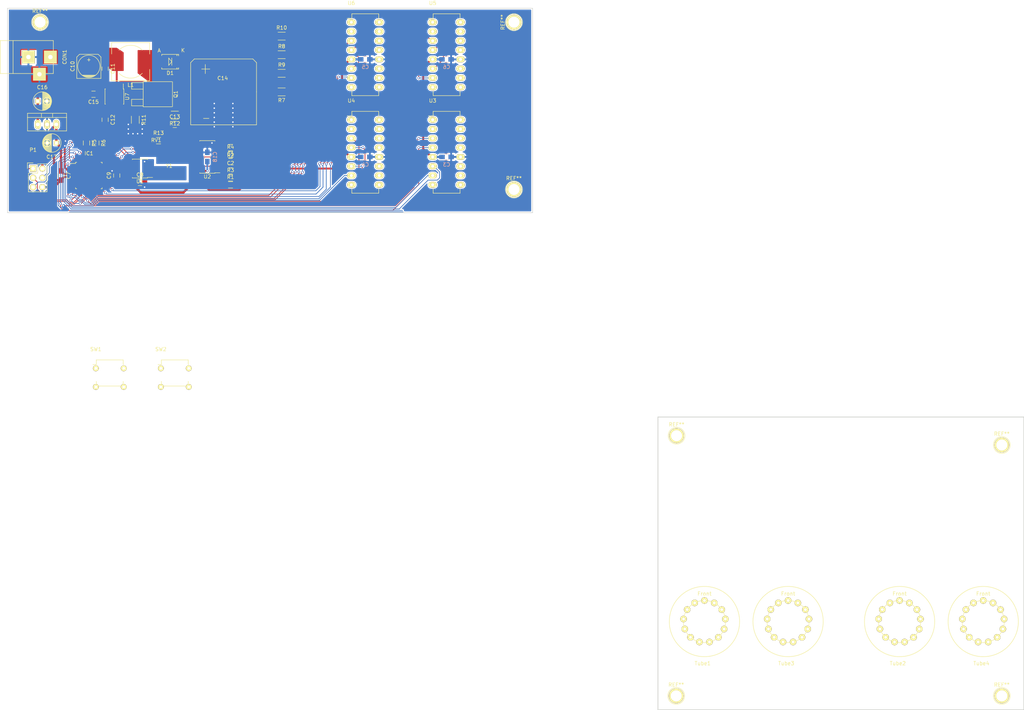
<source format=kicad_pcb>
(kicad_pcb (version 4) (host pcbnew "(2015-12-07 BZR 6352)-product")
  (layers (0 F.Cu signal) (31 B.Cu signal) (34 B.Paste user) (35 F.Paste user) (36 B.SilkS user) (37 F.SilkS user) (38 B.Mask user) (39 F.Mask user) (44 Edge.Cuts user))
  (net 0 "")
  (net 1 "Net-(C1-Pad1)")
  (net 2 GND)
  (net 3 "Net-(C2-Pad1)")
  (net 4 +5V)
  (net 5 RESET)
  (net 6 MinTensA)
  (net 7 MinTensD)
  (net 8 MinTensB)
  (net 9 MinOnesA)
  (net 10 HourOnesB)
  (net 11 HourOnesC)
  (net 12 MinOnesD)
  (net 13 MinOnesB)
  (net 14 MinOnesC)
  (net 15 HourTensA)
  (net 16 HourTensD)
  (net 17 HourTensB)
  (net 18 HourTensC)
  (net 19 HourOnesA)
  (net 20 HourOnesD)
  (net 21 "Net-(IC1-Pad25)")
  (net 22 "Net-(IC1-Pad26)")
  (net 23 170V)
  (net 24 "Net-(R1-Pad2)")
  (net 25 "Net-(R2-Pad1)")
  (net 26 "Net-(R7-Pad1)")
  (net 27 "Net-(R8-Pad2)")
  (net 28 "Net-(R9-Pad2)")
  (net 29 "Net-(R10-Pad2)")
  (net 30 "Net-(Tube1-Pad2)")
  (net 31 "Net-(Tube1-Pad3)")
  (net 32 "Net-(Tube1-Pad4)")
  (net 33 "Net-(Tube1-Pad5)")
  (net 34 "Net-(Tube1-Pad6)")
  (net 35 "Net-(Tube1-Pad7)")
  (net 36 "Net-(Tube1-Pad8)")
  (net 37 "Net-(Tube1-Pad9)")
  (net 38 "Net-(Tube1-Pad10)")
  (net 39 "Net-(Tube1-Pad11)")
  (net 40 "Net-(Tube1-Pad12)")
  (net 41 "Net-(Tube1-Pad13)")
  (net 42 "Net-(Tube2-Pad2)")
  (net 43 "Net-(Tube2-Pad3)")
  (net 44 "Net-(Tube2-Pad4)")
  (net 45 "Net-(Tube2-Pad5)")
  (net 46 "Net-(Tube2-Pad6)")
  (net 47 "Net-(Tube2-Pad7)")
  (net 48 "Net-(Tube2-Pad8)")
  (net 49 "Net-(Tube2-Pad9)")
  (net 50 "Net-(Tube2-Pad10)")
  (net 51 "Net-(Tube2-Pad11)")
  (net 52 "Net-(Tube2-Pad12)")
  (net 53 "Net-(Tube2-Pad13)")
  (net 54 "Net-(Tube3-Pad2)")
  (net 55 "Net-(Tube3-Pad3)")
  (net 56 "Net-(Tube3-Pad4)")
  (net 57 "Net-(Tube3-Pad5)")
  (net 58 "Net-(Tube3-Pad6)")
  (net 59 "Net-(Tube3-Pad7)")
  (net 60 "Net-(Tube3-Pad8)")
  (net 61 "Net-(Tube3-Pad9)")
  (net 62 "Net-(Tube3-Pad10)")
  (net 63 "Net-(Tube3-Pad11)")
  (net 64 "Net-(Tube3-Pad12)")
  (net 65 "Net-(Tube3-Pad13)")
  (net 66 "Net-(Tube4-Pad2)")
  (net 67 "Net-(Tube4-Pad3)")
  (net 68 "Net-(Tube4-Pad4)")
  (net 69 "Net-(Tube4-Pad5)")
  (net 70 "Net-(Tube4-Pad6)")
  (net 71 "Net-(Tube4-Pad7)")
  (net 72 "Net-(Tube4-Pad8)")
  (net 73 "Net-(Tube4-Pad9)")
  (net 74 "Net-(Tube4-Pad10)")
  (net 75 "Net-(Tube4-Pad11)")
  (net 76 "Net-(Tube4-Pad12)")
  (net 77 "Net-(Tube4-Pad13)")
  (net 78 "Net-(U1-Pad1)")
  (net 79 "Net-(U1-Pad2)")
  (net 80 "Net-(U1-Pad7)")
  (net 81 "Net-(U2-Pad11)")
  (net 82 "Net-(U2-Pad5)")
  (net 83 "Net-(U2-Pad6)")
  (net 84 MinButton)
  (net 85 HourButton)
  (net 86 "Net-(U2-Pad13)")
  (net 87 MinTensC)
  (net 88 "Net-(U2-Pad8)")
  (net 89 "Net-(U2-Pad9)")
  (net 90 SDA)
  (net 91 SCL)
  (net 92 "Net-(IC1-Pad19)")
  (net 93 "Net-(IC1-Pad22)")
  (net 94 "Net-(C12-Pad1)")
  (net 95 "Net-(C13-Pad1)")
  (net 96 "Net-(D1-Pad2)")
  (net 97 "Net-(Q1-Pad1)")
  (net 98 "Net-(Q1-Pad3)")
  (net 99 "Net-(R13-Pad1)")
  (net 100 +9V)
  (module IN-14:IN-14 (layer F.Cu) (at 243.84 111.76 180)
    (fp_text reference Tube2 (at 0.5 -11.43 180) (layer F.SilkS))
    (fp_text value IN-14)
    (fp_text user Front (at 0 7.62 180) (layer F.SilkS))
    (pad 1 thru_hole circle (at 0 5.75 180) (size 1.8 1.8) (drill 0.762) (layers *.Cu *.Mask F.SilkS) (net 27 "Net-(R8-Pad2)"))
    (pad 2 thru_hole circle (at -2.672842 5.091013 180) (size 1.8 1.8) (drill 0.762) (layers *.Cu *.Mask F.SilkS) (net 42 "Net-(Tube2-Pad2)"))
    (pad 3 thru_hole circle (at -4.733034 3.265102 180) (size 1.8 1.8) (drill 0.762) (layers *.Cu *.Mask F.SilkS) (net 43 "Net-(Tube2-Pad3)"))
    (pad 4 thru_hole circle (at -5.708355 0.690787 180) (size 1.8 1.8) (drill 0.762) (layers *.Cu *.Mask F.SilkS) (net 44 "Net-(Tube2-Pad4)"))
    (pad 5 thru_hole circle (at -5.375248 -2.041865 180) (size 1.8 1.8) (drill 0.762) (layers *.Cu *.Mask F.SilkS) (net 45 "Net-(Tube2-Pad5)"))
    (pad 6 thru_hole circle (at -3.810065 -4.306495 180) (size 1.8 1.8) (drill 0.762) (layers *.Cu *.Mask F.SilkS) (net 46 "Net-(Tube2-Pad6)"))
    (pad 7 thru_hole circle (at -1.371567 -5.584022 180) (size 1.8 1.8) (drill 0.762) (layers *.Cu *.Mask F.SilkS) (net 47 "Net-(Tube2-Pad7)"))
    (pad 8 thru_hole circle (at 1.381311 -5.58162 180) (size 1.8 1.8) (drill 0.762) (layers *.Cu *.Mask F.SilkS) (net 48 "Net-(Tube2-Pad8)"))
    (pad 9 thru_hole circle (at 3.817576 -4.299839 180) (size 1.8 1.8) (drill 0.762) (layers *.Cu *.Mask F.SilkS) (net 49 "Net-(Tube2-Pad9)"))
    (pad 10 thru_hole circle (at 5.378803 -2.03248 180) (size 1.8 1.8) (drill 0.762) (layers *.Cu *.Mask F.SilkS) (net 50 "Net-(Tube2-Pad10)"))
    (pad 11 thru_hole circle (at 5.70714 0.700749 180) (size 1.8 1.8) (drill 0.762) (layers *.Cu *.Mask F.SilkS) (net 51 "Net-(Tube2-Pad11)"))
    (pad 12 thru_hole circle (at 4.727328 3.273357 180) (size 1.8 1.8) (drill 0.762) (layers *.Cu *.Mask F.SilkS) (net 52 "Net-(Tube2-Pad12)"))
    (pad 13 thru_hole circle (at 2.663952 5.095671 180) (size 1.8 1.8) (drill 0.762) (layers *.Cu *.Mask F.SilkS) (net 53 "Net-(Tube2-Pad13)"))
  )
  (module Connect:1pin (layer F.Cu) (at 271.78 132.08)
    (fp_text reference REF** (at 0 -3.048) (layer F.SilkS))
    (fp_text value 1pin)
    (pad 1 thru_hole circle (at 0 0) (size 4.064 4.064) (drill 3.048) (layers *.Cu *.Mask F.SilkS))
  )
  (module IN-14:IN-14 (layer F.Cu) (at 266.7 111.76 180)
    (fp_text reference Tube4 (at 0.5 -11.43 180) (layer F.SilkS))
    (fp_text value IN-14)
    (fp_text user Front (at 0 7.62 180) (layer F.SilkS))
    (pad 1 thru_hole circle (at 0 5.75 180) (size 1.8 1.8) (drill 0.762) (layers *.Cu *.Mask F.SilkS) (net 29 "Net-(R10-Pad2)"))
    (pad 2 thru_hole circle (at -2.672842 5.091013 180) (size 1.8 1.8) (drill 0.762) (layers *.Cu *.Mask F.SilkS) (net 66 "Net-(Tube4-Pad2)"))
    (pad 3 thru_hole circle (at -4.733034 3.265102 180) (size 1.8 1.8) (drill 0.762) (layers *.Cu *.Mask F.SilkS) (net 67 "Net-(Tube4-Pad3)"))
    (pad 4 thru_hole circle (at -5.708355 0.690787 180) (size 1.8 1.8) (drill 0.762) (layers *.Cu *.Mask F.SilkS) (net 68 "Net-(Tube4-Pad4)"))
    (pad 5 thru_hole circle (at -5.375248 -2.041865 180) (size 1.8 1.8) (drill 0.762) (layers *.Cu *.Mask F.SilkS) (net 69 "Net-(Tube4-Pad5)"))
    (pad 6 thru_hole circle (at -3.810065 -4.306495 180) (size 1.8 1.8) (drill 0.762) (layers *.Cu *.Mask F.SilkS) (net 70 "Net-(Tube4-Pad6)"))
    (pad 7 thru_hole circle (at -1.371567 -5.584022 180) (size 1.8 1.8) (drill 0.762) (layers *.Cu *.Mask F.SilkS) (net 71 "Net-(Tube4-Pad7)"))
    (pad 8 thru_hole circle (at 1.381311 -5.58162 180) (size 1.8 1.8) (drill 0.762) (layers *.Cu *.Mask F.SilkS) (net 72 "Net-(Tube4-Pad8)"))
    (pad 9 thru_hole circle (at 3.817576 -4.299839 180) (size 1.8 1.8) (drill 0.762) (layers *.Cu *.Mask F.SilkS) (net 73 "Net-(Tube4-Pad9)"))
    (pad 10 thru_hole circle (at 5.378803 -2.03248 180) (size 1.8 1.8) (drill 0.762) (layers *.Cu *.Mask F.SilkS) (net 74 "Net-(Tube4-Pad10)"))
    (pad 11 thru_hole circle (at 5.70714 0.700749 180) (size 1.8 1.8) (drill 0.762) (layers *.Cu *.Mask F.SilkS) (net 75 "Net-(Tube4-Pad11)"))
    (pad 12 thru_hole circle (at 4.727328 3.273357 180) (size 1.8 1.8) (drill 0.762) (layers *.Cu *.Mask F.SilkS) (net 76 "Net-(Tube4-Pad12)"))
    (pad 13 thru_hole circle (at 2.663952 5.095671 180) (size 1.8 1.8) (drill 0.762) (layers *.Cu *.Mask F.SilkS) (net 77 "Net-(Tube4-Pad13)"))
  )
  (module IN-14:IN-14 (layer F.Cu) (at 190.5 111.76 180)
    (fp_text reference Tube1 (at 0.5 -11.43 180) (layer F.SilkS))
    (fp_text value IN-14)
    (fp_text user Front (at 0 7.62 180) (layer F.SilkS))
    (pad 1 thru_hole circle (at 0 5.75 180) (size 1.8 1.8) (drill 0.762) (layers *.Cu *.Mask F.SilkS) (net 26 "Net-(R7-Pad1)"))
    (pad 2 thru_hole circle (at -2.672842 5.091013 180) (size 1.8 1.8) (drill 0.762) (layers *.Cu *.Mask F.SilkS) (net 30 "Net-(Tube1-Pad2)"))
    (pad 3 thru_hole circle (at -4.733034 3.265102 180) (size 1.8 1.8) (drill 0.762) (layers *.Cu *.Mask F.SilkS) (net 31 "Net-(Tube1-Pad3)"))
    (pad 4 thru_hole circle (at -5.708355 0.690787 180) (size 1.8 1.8) (drill 0.762) (layers *.Cu *.Mask F.SilkS) (net 32 "Net-(Tube1-Pad4)"))
    (pad 5 thru_hole circle (at -5.375248 -2.041865 180) (size 1.8 1.8) (drill 0.762) (layers *.Cu *.Mask F.SilkS) (net 33 "Net-(Tube1-Pad5)"))
    (pad 6 thru_hole circle (at -3.810065 -4.306495 180) (size 1.8 1.8) (drill 0.762) (layers *.Cu *.Mask F.SilkS) (net 34 "Net-(Tube1-Pad6)"))
    (pad 7 thru_hole circle (at -1.371567 -5.584022 180) (size 1.8 1.8) (drill 0.762) (layers *.Cu *.Mask F.SilkS) (net 35 "Net-(Tube1-Pad7)"))
    (pad 8 thru_hole circle (at 1.381311 -5.58162 180) (size 1.8 1.8) (drill 0.762) (layers *.Cu *.Mask F.SilkS) (net 36 "Net-(Tube1-Pad8)"))
    (pad 9 thru_hole circle (at 3.817576 -4.299839 180) (size 1.8 1.8) (drill 0.762) (layers *.Cu *.Mask F.SilkS) (net 37 "Net-(Tube1-Pad9)"))
    (pad 10 thru_hole circle (at 5.378803 -2.03248 180) (size 1.8 1.8) (drill 0.762) (layers *.Cu *.Mask F.SilkS) (net 38 "Net-(Tube1-Pad10)"))
    (pad 11 thru_hole circle (at 5.70714 0.700749 180) (size 1.8 1.8) (drill 0.762) (layers *.Cu *.Mask F.SilkS) (net 39 "Net-(Tube1-Pad11)"))
    (pad 12 thru_hole circle (at 4.727328 3.273357 180) (size 1.8 1.8) (drill 0.762) (layers *.Cu *.Mask F.SilkS) (net 40 "Net-(Tube1-Pad12)"))
    (pad 13 thru_hole circle (at 2.663952 5.095671 180) (size 1.8 1.8) (drill 0.762) (layers *.Cu *.Mask F.SilkS) (net 41 "Net-(Tube1-Pad13)"))
  )
  (module Housings_DIP:DIP-16_W7.62mm_LongPads (layer F.Cu) (at 116.205 -25.4)
    (fp_text reference U3 (at 0 -5.22) (layer F.SilkS))
    (fp_text value 74141)
    (pad 1 thru_hole oval (at 0 0) (size 2.3 1.6) (drill 0.8) (layers *.Cu *.Mask F.SilkS) (net 38 "Net-(Tube1-Pad10)"))
    (pad 2 thru_hole oval (at 0 2.54) (size 2.3 1.6) (drill 0.8) (layers *.Cu *.Mask F.SilkS) (net 39 "Net-(Tube1-Pad11)"))
    (pad 3 thru_hole oval (at 0 5.08) (size 2.3 1.6) (drill 0.8) (layers *.Cu *.Mask F.SilkS) (net 15 HourTensA))
    (pad 4 thru_hole oval (at 0 7.62) (size 2.3 1.6) (drill 0.8) (layers *.Cu *.Mask F.SilkS) (net 16 HourTensD))
    (pad 5 thru_hole oval (at 0 10.16) (size 2.3 1.6) (drill 0.8) (layers *.Cu *.Mask F.SilkS) (net 4 +5V))
    (pad 6 thru_hole oval (at 0 12.7) (size 2.3 1.6) (drill 0.8) (layers *.Cu *.Mask F.SilkS) (net 17 HourTensB))
    (pad 7 thru_hole oval (at 0 15.24) (size 2.3 1.6) (drill 0.8) (layers *.Cu *.Mask F.SilkS) (net 18 HourTensC))
    (pad 8 thru_hole oval (at 0 17.78) (size 2.3 1.6) (drill 0.8) (layers *.Cu *.Mask F.SilkS) (net 32 "Net-(Tube1-Pad4)"))
    (pad 9 thru_hole oval (at 7.62 17.78) (size 2.3 1.6) (drill 0.8) (layers *.Cu *.Mask F.SilkS) (net 33 "Net-(Tube1-Pad5)"))
    (pad 10 thru_hole oval (at 7.62 15.24) (size 2.3 1.6) (drill 0.8) (layers *.Cu *.Mask F.SilkS) (net 37 "Net-(Tube1-Pad9)"))
    (pad 11 thru_hole oval (at 7.62 12.7) (size 2.3 1.6) (drill 0.8) (layers *.Cu *.Mask F.SilkS) (net 36 "Net-(Tube1-Pad8)"))
    (pad 12 thru_hole oval (at 7.62 10.16) (size 2.3 1.6) (drill 0.8) (layers *.Cu *.Mask F.SilkS) (net 2 GND))
    (pad 13 thru_hole oval (at 7.62 7.62) (size 2.3 1.6) (drill 0.8) (layers *.Cu *.Mask F.SilkS) (net 34 "Net-(Tube1-Pad6)"))
    (pad 14 thru_hole oval (at 7.62 5.08) (size 2.3 1.6) (drill 0.8) (layers *.Cu *.Mask F.SilkS) (net 35 "Net-(Tube1-Pad7)"))
    (pad 15 thru_hole oval (at 7.62 2.54) (size 2.3 1.6) (drill 0.8) (layers *.Cu *.Mask F.SilkS) (net 31 "Net-(Tube1-Pad3)"))
    (pad 16 thru_hole oval (at 7.62 0) (size 2.3 1.6) (drill 0.8) (layers *.Cu *.Mask F.SilkS) (net 40 "Net-(Tube1-Pad12)"))
  )
  (module Connect:1pin (layer F.Cu) (at 182.78 132.08)
    (fp_text reference REF** (at 0 -3.048) (layer F.SilkS))
    (fp_text value 1pin)
    (pad 1 thru_hole circle (at 0 0) (size 4.064 4.064) (drill 3.048) (layers *.Cu *.Mask F.SilkS))
  )
  (module Housings_DIP:DIP-16_W7.62mm_LongPads (layer F.Cu) (at 93.98 -25.4)
    (fp_text reference U4 (at 0 -5.22) (layer F.SilkS))
    (fp_text value 74141)
    (pad 1 thru_hole oval (at 0 0) (size 2.3 1.6) (drill 0.8) (layers *.Cu *.Mask F.SilkS) (net 62 "Net-(Tube3-Pad10)"))
    (pad 2 thru_hole oval (at 0 2.54) (size 2.3 1.6) (drill 0.8) (layers *.Cu *.Mask F.SilkS) (net 63 "Net-(Tube3-Pad11)"))
    (pad 3 thru_hole oval (at 0 5.08) (size 2.3 1.6) (drill 0.8) (layers *.Cu *.Mask F.SilkS) (net 19 HourOnesA))
    (pad 4 thru_hole oval (at 0 7.62) (size 2.3 1.6) (drill 0.8) (layers *.Cu *.Mask F.SilkS) (net 20 HourOnesD))
    (pad 5 thru_hole oval (at 0 10.16) (size 2.3 1.6) (drill 0.8) (layers *.Cu *.Mask F.SilkS) (net 4 +5V))
    (pad 6 thru_hole oval (at 0 12.7) (size 2.3 1.6) (drill 0.8) (layers *.Cu *.Mask F.SilkS) (net 10 HourOnesB))
    (pad 7 thru_hole oval (at 0 15.24) (size 2.3 1.6) (drill 0.8) (layers *.Cu *.Mask F.SilkS) (net 11 HourOnesC))
    (pad 8 thru_hole oval (at 0 17.78) (size 2.3 1.6) (drill 0.8) (layers *.Cu *.Mask F.SilkS) (net 56 "Net-(Tube3-Pad4)"))
    (pad 9 thru_hole oval (at 7.62 17.78) (size 2.3 1.6) (drill 0.8) (layers *.Cu *.Mask F.SilkS) (net 57 "Net-(Tube3-Pad5)"))
    (pad 10 thru_hole oval (at 7.62 15.24) (size 2.3 1.6) (drill 0.8) (layers *.Cu *.Mask F.SilkS) (net 61 "Net-(Tube3-Pad9)"))
    (pad 11 thru_hole oval (at 7.62 12.7) (size 2.3 1.6) (drill 0.8) (layers *.Cu *.Mask F.SilkS) (net 60 "Net-(Tube3-Pad8)"))
    (pad 12 thru_hole oval (at 7.62 10.16) (size 2.3 1.6) (drill 0.8) (layers *.Cu *.Mask F.SilkS) (net 2 GND))
    (pad 13 thru_hole oval (at 7.62 7.62) (size 2.3 1.6) (drill 0.8) (layers *.Cu *.Mask F.SilkS) (net 58 "Net-(Tube3-Pad6)"))
    (pad 14 thru_hole oval (at 7.62 5.08) (size 2.3 1.6) (drill 0.8) (layers *.Cu *.Mask F.SilkS) (net 59 "Net-(Tube3-Pad7)"))
    (pad 15 thru_hole oval (at 7.62 2.54) (size 2.3 1.6) (drill 0.8) (layers *.Cu *.Mask F.SilkS) (net 55 "Net-(Tube3-Pad3)"))
    (pad 16 thru_hole oval (at 7.62 0) (size 2.3 1.6) (drill 0.8) (layers *.Cu *.Mask F.SilkS) (net 64 "Net-(Tube3-Pad12)"))
  )
  (module IN-14:IN-14 (layer F.Cu) (at 213.36 111.76 180)
    (fp_text reference Tube3 (at 0.5 -11.43 180) (layer F.SilkS))
    (fp_text value IN-14)
    (fp_text user Front (at 0 7.62 180) (layer F.SilkS))
    (pad 1 thru_hole circle (at 0 5.75 180) (size 1.8 1.8) (drill 0.762) (layers *.Cu *.Mask F.SilkS) (net 28 "Net-(R9-Pad2)"))
    (pad 2 thru_hole circle (at -2.672842 5.091013 180) (size 1.8 1.8) (drill 0.762) (layers *.Cu *.Mask F.SilkS) (net 54 "Net-(Tube3-Pad2)"))
    (pad 3 thru_hole circle (at -4.733034 3.265102 180) (size 1.8 1.8) (drill 0.762) (layers *.Cu *.Mask F.SilkS) (net 55 "Net-(Tube3-Pad3)"))
    (pad 4 thru_hole circle (at -5.708355 0.690787 180) (size 1.8 1.8) (drill 0.762) (layers *.Cu *.Mask F.SilkS) (net 56 "Net-(Tube3-Pad4)"))
    (pad 5 thru_hole circle (at -5.375248 -2.041865 180) (size 1.8 1.8) (drill 0.762) (layers *.Cu *.Mask F.SilkS) (net 57 "Net-(Tube3-Pad5)"))
    (pad 6 thru_hole circle (at -3.810065 -4.306495 180) (size 1.8 1.8) (drill 0.762) (layers *.Cu *.Mask F.SilkS) (net 58 "Net-(Tube3-Pad6)"))
    (pad 7 thru_hole circle (at -1.371567 -5.584022 180) (size 1.8 1.8) (drill 0.762) (layers *.Cu *.Mask F.SilkS) (net 59 "Net-(Tube3-Pad7)"))
    (pad 8 thru_hole circle (at 1.381311 -5.58162 180) (size 1.8 1.8) (drill 0.762) (layers *.Cu *.Mask F.SilkS) (net 60 "Net-(Tube3-Pad8)"))
    (pad 9 thru_hole circle (at 3.817576 -4.299839 180) (size 1.8 1.8) (drill 0.762) (layers *.Cu *.Mask F.SilkS) (net 61 "Net-(Tube3-Pad9)"))
    (pad 10 thru_hole circle (at 5.378803 -2.03248 180) (size 1.8 1.8) (drill 0.762) (layers *.Cu *.Mask F.SilkS) (net 62 "Net-(Tube3-Pad10)"))
    (pad 11 thru_hole circle (at 5.70714 0.700749 180) (size 1.8 1.8) (drill 0.762) (layers *.Cu *.Mask F.SilkS) (net 63 "Net-(Tube3-Pad11)"))
    (pad 12 thru_hole circle (at 4.727328 3.273357 180) (size 1.8 1.8) (drill 0.762) (layers *.Cu *.Mask F.SilkS) (net 64 "Net-(Tube3-Pad12)"))
    (pad 13 thru_hole circle (at 2.663952 5.095671 180) (size 1.8 1.8) (drill 0.762) (layers *.Cu *.Mask F.SilkS) (net 65 "Net-(Tube3-Pad13)"))
  )
  (module Connect:1pin (layer F.Cu) (at 182.88 60.96)
    (fp_text reference REF** (at 0 -3.048) (layer F.SilkS))
    (fp_text value 1pin)
    (pad 1 thru_hole circle (at 0 0) (size 4.064 4.064) (drill 3.048) (layers *.Cu *.Mask F.SilkS))
  )
  (module Housings_DIP:DIP-16_W7.62mm_LongPads (layer F.Cu) (at 116.205 -52.07)
    (fp_text reference U5 (at 0 -5.22) (layer F.SilkS))
    (fp_text value 74141)
    (pad 1 thru_hole oval (at 0 0) (size 2.3 1.6) (drill 0.8) (layers *.Cu *.Mask F.SilkS) (net 50 "Net-(Tube2-Pad10)"))
    (pad 2 thru_hole oval (at 0 2.54) (size 2.3 1.6) (drill 0.8) (layers *.Cu *.Mask F.SilkS) (net 51 "Net-(Tube2-Pad11)"))
    (pad 3 thru_hole oval (at 0 5.08) (size 2.3 1.6) (drill 0.8) (layers *.Cu *.Mask F.SilkS) (net 6 MinTensA))
    (pad 4 thru_hole oval (at 0 7.62) (size 2.3 1.6) (drill 0.8) (layers *.Cu *.Mask F.SilkS) (net 7 MinTensD))
    (pad 5 thru_hole oval (at 0 10.16) (size 2.3 1.6) (drill 0.8) (layers *.Cu *.Mask F.SilkS) (net 4 +5V))
    (pad 6 thru_hole oval (at 0 12.7) (size 2.3 1.6) (drill 0.8) (layers *.Cu *.Mask F.SilkS) (net 8 MinTensB))
    (pad 7 thru_hole oval (at 0 15.24) (size 2.3 1.6) (drill 0.8) (layers *.Cu *.Mask F.SilkS) (net 87 MinTensC))
    (pad 8 thru_hole oval (at 0 17.78) (size 2.3 1.6) (drill 0.8) (layers *.Cu *.Mask F.SilkS) (net 44 "Net-(Tube2-Pad4)"))
    (pad 9 thru_hole oval (at 7.62 17.78) (size 2.3 1.6) (drill 0.8) (layers *.Cu *.Mask F.SilkS) (net 45 "Net-(Tube2-Pad5)"))
    (pad 10 thru_hole oval (at 7.62 15.24) (size 2.3 1.6) (drill 0.8) (layers *.Cu *.Mask F.SilkS) (net 49 "Net-(Tube2-Pad9)"))
    (pad 11 thru_hole oval (at 7.62 12.7) (size 2.3 1.6) (drill 0.8) (layers *.Cu *.Mask F.SilkS) (net 48 "Net-(Tube2-Pad8)"))
    (pad 12 thru_hole oval (at 7.62 10.16) (size 2.3 1.6) (drill 0.8) (layers *.Cu *.Mask F.SilkS) (net 2 GND))
    (pad 13 thru_hole oval (at 7.62 7.62) (size 2.3 1.6) (drill 0.8) (layers *.Cu *.Mask F.SilkS) (net 46 "Net-(Tube2-Pad6)"))
    (pad 14 thru_hole oval (at 7.62 5.08) (size 2.3 1.6) (drill 0.8) (layers *.Cu *.Mask F.SilkS) (net 47 "Net-(Tube2-Pad7)"))
    (pad 15 thru_hole oval (at 7.62 2.54) (size 2.3 1.6) (drill 0.8) (layers *.Cu *.Mask F.SilkS) (net 43 "Net-(Tube2-Pad3)"))
    (pad 16 thru_hole oval (at 7.62 0) (size 2.3 1.6) (drill 0.8) (layers *.Cu *.Mask F.SilkS) (net 52 "Net-(Tube2-Pad12)"))
  )
  (module Connect:1pin (layer F.Cu) (at 271.78 63.5)
    (fp_text reference REF** (at 0 -3.048) (layer F.SilkS))
    (fp_text value 1pin)
    (pad 1 thru_hole circle (at 0 0) (size 4.064 4.064) (drill 3.048) (layers *.Cu *.Mask F.SilkS))
  )
  (module Housings_DIP:DIP-16_W7.62mm_LongPads (layer F.Cu) (at 93.98 -52.07)
    (fp_text reference U6 (at 0 -5.22) (layer F.SilkS))
    (fp_text value 74141)
    (pad 1 thru_hole oval (at 0 0) (size 2.3 1.6) (drill 0.8) (layers *.Cu *.Mask F.SilkS) (net 74 "Net-(Tube4-Pad10)"))
    (pad 2 thru_hole oval (at 0 2.54) (size 2.3 1.6) (drill 0.8) (layers *.Cu *.Mask F.SilkS) (net 75 "Net-(Tube4-Pad11)"))
    (pad 3 thru_hole oval (at 0 5.08) (size 2.3 1.6) (drill 0.8) (layers *.Cu *.Mask F.SilkS) (net 9 MinOnesA))
    (pad 4 thru_hole oval (at 0 7.62) (size 2.3 1.6) (drill 0.8) (layers *.Cu *.Mask F.SilkS) (net 12 MinOnesD))
    (pad 5 thru_hole oval (at 0 10.16) (size 2.3 1.6) (drill 0.8) (layers *.Cu *.Mask F.SilkS) (net 4 +5V))
    (pad 6 thru_hole oval (at 0 12.7) (size 2.3 1.6) (drill 0.8) (layers *.Cu *.Mask F.SilkS) (net 13 MinOnesB))
    (pad 7 thru_hole oval (at 0 15.24) (size 2.3 1.6) (drill 0.8) (layers *.Cu *.Mask F.SilkS) (net 14 MinOnesC))
    (pad 8 thru_hole oval (at 0 17.78) (size 2.3 1.6) (drill 0.8) (layers *.Cu *.Mask F.SilkS) (net 68 "Net-(Tube4-Pad4)"))
    (pad 9 thru_hole oval (at 7.62 17.78) (size 2.3 1.6) (drill 0.8) (layers *.Cu *.Mask F.SilkS) (net 69 "Net-(Tube4-Pad5)"))
    (pad 10 thru_hole oval (at 7.62 15.24) (size 2.3 1.6) (drill 0.8) (layers *.Cu *.Mask F.SilkS) (net 73 "Net-(Tube4-Pad9)"))
    (pad 11 thru_hole oval (at 7.62 12.7) (size 2.3 1.6) (drill 0.8) (layers *.Cu *.Mask F.SilkS) (net 72 "Net-(Tube4-Pad8)"))
    (pad 12 thru_hole oval (at 7.62 10.16) (size 2.3 1.6) (drill 0.8) (layers *.Cu *.Mask F.SilkS) (net 2 GND))
    (pad 13 thru_hole oval (at 7.62 7.62) (size 2.3 1.6) (drill 0.8) (layers *.Cu *.Mask F.SilkS) (net 70 "Net-(Tube4-Pad6)"))
    (pad 14 thru_hole oval (at 7.62 5.08) (size 2.3 1.6) (drill 0.8) (layers *.Cu *.Mask F.SilkS) (net 71 "Net-(Tube4-Pad7)"))
    (pad 15 thru_hole oval (at 7.62 2.54) (size 2.3 1.6) (drill 0.8) (layers *.Cu *.Mask F.SilkS) (net 67 "Net-(Tube4-Pad3)"))
    (pad 16 thru_hole oval (at 7.62 0) (size 2.3 1.6) (drill 0.8) (layers *.Cu *.Mask F.SilkS) (net 76 "Net-(Tube4-Pad12)"))
  )
  (module Connect:1pin (layer F.Cu) (at 138.43 -6.35)
    (fp_text reference REF** (at 0 -3.048) (layer F.SilkS))
    (fp_text value 1pin)
    (pad 1 thru_hole circle (at 0 0) (size 4.064 4.064) (drill 3.048) (layers *.Cu *.Mask F.SilkS))
  )
  (module Footprints:PushButton (layer F.Cu) (at 41.91 42.545)
    (fp_text reference SW2 (at 0 -5.22) (layer F.SilkS))
    (fp_text value PushButton)
    (pad 1 thru_hole oval (at 0 0) (size 1.6 1.6) (drill 0.8) (layers *.Cu *.Mask F.SilkS) (net 4 +5V))
    (pad 2 thru_hole oval (at 0 5.08) (size 1.6 1.6) (drill 0.8) (layers *.Cu *.Mask F.SilkS) (net 25 "Net-(R2-Pad1)"))
    (pad 3 thru_hole oval (at 7.62 5.08) (size 1.6 1.6) (drill 0.8) (layers *.Cu *.Mask F.SilkS) (net 25 "Net-(R2-Pad1)"))
    (pad 4 thru_hole oval (at 7.62 0) (size 1.6 1.6) (drill 0.8) (layers *.Cu *.Mask F.SilkS) (net 4 +5V))
  )
  (module Connect:1pin (layer F.Cu) (at 8.89 -52.07)
    (fp_text reference REF** (at 0 -3.048) (layer F.SilkS))
    (fp_text value 1pin)
    (pad 1 thru_hole circle (at 0 0) (size 4.064 4.064) (drill 3.048) (layers *.Cu *.Mask F.SilkS))
  )
  (module Footprints:PushButton (layer F.Cu) (at 24.13 42.545)
    (fp_text reference SW1 (at 0 -5.22) (layer F.SilkS))
    (fp_text value PushButton)
    (pad 1 thru_hole oval (at 0 0) (size 1.6 1.6) (drill 0.8) (layers *.Cu *.Mask F.SilkS) (net 4 +5V))
    (pad 2 thru_hole oval (at 0 5.08) (size 1.6 1.6) (drill 0.8) (layers *.Cu *.Mask F.SilkS) (net 24 "Net-(R1-Pad2)"))
    (pad 3 thru_hole oval (at 7.62 5.08) (size 1.6 1.6) (drill 0.8) (layers *.Cu *.Mask F.SilkS) (net 24 "Net-(R1-Pad2)"))
    (pad 4 thru_hole oval (at 7.62 0) (size 1.6 1.6) (drill 0.8) (layers *.Cu *.Mask F.SilkS) (net 4 +5V))
  )
  (module Connect:BARREL_JACK (layer F.Cu) (at 5.51434 -42.545)
    (fp_text reference CON1 (at 10.09904 0 90) (layer F.SilkS))
    (fp_text value BARREL_JACK)
    (pad 1 thru_hole rect (at 6.20014 0) (size 3.50012 3.50012) (drill 1.2) (layers *.Cu *.Mask F.SilkS) (net 100 +9V))
    (pad 2 thru_hole rect (at 0.20066 0) (size 3.50012 3.50012) (drill 1.2) (layers *.Cu *.Mask F.SilkS) (net 2 GND))
    (pad 3 thru_hole rect (at 3.2004 4.699) (size 3.50012 3.50012) (drill 1.2) (layers *.Cu *.Mask F.SilkS) (net 2 GND))
  )
  (module Connect:1pin (layer F.Cu) (at 138.43 -52.07 90)
    (fp_text reference REF** (at 0 -3.048 90) (layer F.SilkS))
    (fp_text value 1pin)
    (pad 1 thru_hole circle (at 0 0 90) (size 4.064 4.064) (drill 3.048) (layers *.Cu *.Mask F.SilkS))
  )
  (module Pin_Headers:Pin_Header_Straight_2x03 (layer F.Cu) (at 6.985 -12.065)
    (fp_text reference P1 (at 0 -5.1) (layer F.SilkS))
    (fp_text value CONN_02X03)
    (pad 1 thru_hole rect (at 0 0) (size 1.7272 1.7272) (drill 1.016) (layers *.Cu *.Mask F.SilkS) (net 19 HourOnesA))
    (pad 2 thru_hole oval (at 2.54 0) (size 1.7272 1.7272) (drill 1.016) (layers *.Cu *.Mask F.SilkS) (net 4 +5V))
    (pad 3 thru_hole oval (at 0 2.54) (size 1.7272 1.7272) (drill 1.016) (layers *.Cu *.Mask F.SilkS) (net 20 HourOnesD))
    (pad 4 thru_hole oval (at 2.54 2.54) (size 1.7272 1.7272) (drill 1.016) (layers *.Cu *.Mask F.SilkS) (net 18 HourTensC))
    (pad 5 thru_hole oval (at 0 5.08) (size 1.7272 1.7272) (drill 1.016) (layers *.Cu *.Mask F.SilkS) (net 5 RESET))
    (pad 6 thru_hole oval (at 2.54 5.08) (size 1.7272 1.7272) (drill 1.016) (layers *.Cu *.Mask F.SilkS) (net 2 GND))
  )
  (module Capacitors_SMD:C_0805_HandSoldering (layer F.Cu) (at 60.96 -13.97)
    (fp_text reference C1 (at 0 -2.1) (layer F.SilkS))
    (fp_text value .47u)
    (pad 1 smd rect (at -1.25 0) (size 1.5 1.25) (layers F.Cu F.Paste F.Mask) (net 1 "Net-(C1-Pad1)"))
    (pad 2 smd rect (at 1.25 0) (size 1.5 1.25) (layers F.Cu F.Paste F.Mask) (net 2 GND))
  )
  (module Capacitors_SMD:C_0805_HandSoldering (layer F.Cu) (at 60.96 -11.43)
    (fp_text reference C2 (at 0 -2.1) (layer F.SilkS))
    (fp_text value .47u)
    (pad 1 smd rect (at -1.25 0) (size 1.5 1.25) (layers F.Cu F.Paste F.Mask) (net 3 "Net-(C2-Pad1)"))
    (pad 2 smd rect (at 1.25 0) (size 1.5 1.25) (layers F.Cu F.Paste F.Mask) (net 2 GND))
  )
  (module Capacitors_SMD:C_0805_HandSoldering (layer B.Cu) (at 120.015 -15.24)
    (fp_text reference C3 (at 0 2.1) (layer B.SilkS) (effects (justify mirror)))
    (fp_text value .1u)
    (pad 1 smd rect (at -1.25 0) (size 1.5 1.25) (layers B.Cu B.Paste B.Mask) (net 4 +5V))
    (pad 2 smd rect (at 1.25 0) (size 1.5 1.25) (layers B.Cu B.Paste B.Mask) (net 2 GND))
  )
  (module Capacitors_SMD:C_0805_HandSoldering (layer B.Cu) (at 97.79 -15.24)
    (fp_text reference C4 (at 0 2.1) (layer B.SilkS) (effects (justify mirror)))
    (fp_text value .1u)
    (pad 1 smd rect (at -1.25 0) (size 1.5 1.25) (layers B.Cu B.Paste B.Mask) (net 4 +5V))
    (pad 2 smd rect (at 1.25 0) (size 1.5 1.25) (layers B.Cu B.Paste B.Mask) (net 2 GND))
  )
  (module Capacitors_SMD:C_0805_HandSoldering (layer B.Cu) (at 97.79 -41.91)
    (fp_text reference C5 (at 0 2.1) (layer B.SilkS) (effects (justify mirror)))
    (fp_text value .1u)
    (pad 1 smd rect (at -1.25 0) (size 1.5 1.25) (layers B.Cu B.Paste B.Mask) (net 4 +5V))
    (pad 2 smd rect (at 1.25 0) (size 1.5 1.25) (layers B.Cu B.Paste B.Mask) (net 2 GND))
  )
  (module Capacitors_SMD:C_0805_HandSoldering (layer B.Cu) (at 119.995 -41.91)
    (fp_text reference C6 (at 0 2.1) (layer B.SilkS) (effects (justify mirror)))
    (fp_text value .1u)
    (pad 1 smd rect (at -1.25 0) (size 1.5 1.25) (layers B.Cu B.Paste B.Mask) (net 4 +5V))
    (pad 2 smd rect (at 1.25 0) (size 1.5 1.25) (layers B.Cu B.Paste B.Mask) (net 2 GND))
  )
  (module Capacitors_SMD:C_0805_HandSoldering (layer F.Cu) (at 14.605 -10.16 270)
    (fp_text reference C7 (at 0 -2.1 270) (layer F.SilkS))
    (fp_text value .1u)
    (pad 1 smd rect (at -1.25 0 270) (size 1.5 1.25) (layers F.Cu F.Paste F.Mask) (net 4 +5V))
    (pad 2 smd rect (at 1.25 0 270) (size 1.5 1.25) (layers F.Cu F.Paste F.Mask) (net 2 GND))
  )
  (module Capacitors_SMD:C_0805_HandSoldering (layer F.Cu) (at 36.195 -8.255)
    (fp_text reference C8 (at 0 -2.1) (layer F.SilkS))
    (fp_text value .1u)
    (pad 1 smd rect (at -1.25 0) (size 1.5 1.25) (layers F.Cu F.Paste F.Mask) (net 4 +5V))
    (pad 2 smd rect (at 1.25 0) (size 1.5 1.25) (layers F.Cu F.Paste F.Mask) (net 2 GND))
  )
  (module Capacitors_SMD:C_0805_HandSoldering (layer F.Cu) (at 29.845 -10.16 90)
    (fp_text reference C9 (at 0 -2.1 90) (layer F.SilkS))
    (fp_text value .1u)
    (pad 1 smd rect (at -1.25 0 90) (size 1.5 1.25) (layers F.Cu F.Paste F.Mask) (net 4 +5V))
    (pad 2 smd rect (at 1.25 0 90) (size 1.5 1.25) (layers F.Cu F.Paste F.Mask) (net 2 GND))
  )
  (module Housings_QFP:TQFP-32_7x7mm_Pitch0.8mm (layer F.Cu) (at 22.225 -10.16)
    (fp_text reference IC1 (at 0 -6.05) (layer F.SilkS))
    (fp_text value ATMEGA328P-A)
    (pad 1 smd rect (at -4.25 -2.8) (size 1.6 0.55) (layers F.Cu F.Paste F.Mask) (net 18 HourTensC))
    (pad 2 smd rect (at -4.25 -2) (size 1.6 0.55) (layers F.Cu F.Paste F.Mask) (net 11 HourOnesC))
    (pad 3 smd rect (at -4.25 -1.2) (size 1.6 0.55) (layers F.Cu F.Paste F.Mask) (net 2 GND))
    (pad 4 smd rect (at -4.25 -0.4) (size 1.6 0.55) (layers F.Cu F.Paste F.Mask) (net 4 +5V))
    (pad 5 smd rect (at -4.25 0.4) (size 1.6 0.55) (layers F.Cu F.Paste F.Mask) (net 2 GND))
    (pad 6 smd rect (at -4.25 1.2) (size 1.6 0.55) (layers F.Cu F.Paste F.Mask) (net 4 +5V))
    (pad 7 smd rect (at -4.25 2) (size 1.6 0.55) (layers F.Cu F.Paste F.Mask) (net 14 MinOnesC))
    (pad 8 smd rect (at -4.25 2.8) (size 1.6 0.55) (layers F.Cu F.Paste F.Mask) (net 13 MinOnesB))
    (pad 9 smd rect (at -2.8 4.25 90) (size 1.6 0.55) (layers F.Cu F.Paste F.Mask) (net 10 HourOnesB))
    (pad 10 smd rect (at -2 4.25 90) (size 1.6 0.55) (layers F.Cu F.Paste F.Mask) (net 20 HourOnesD))
    (pad 11 smd rect (at -1.2 4.25 90) (size 1.6 0.55) (layers F.Cu F.Paste F.Mask) (net 19 HourOnesA))
    (pad 12 smd rect (at -0.4 4.25 90) (size 1.6 0.55) (layers F.Cu F.Paste F.Mask) (net 87 MinTensC))
    (pad 13 smd rect (at 0.4 4.25 90) (size 1.6 0.55) (layers F.Cu F.Paste F.Mask) (net 6 MinTensA))
    (pad 14 smd rect (at 1.2 4.25 90) (size 1.6 0.55) (layers F.Cu F.Paste F.Mask) (net 7 MinTensD))
    (pad 15 smd rect (at 2 4.25 90) (size 1.6 0.55) (layers F.Cu F.Paste F.Mask) (net 8 MinTensB))
    (pad 16 smd rect (at 2.8 4.25 90) (size 1.6 0.55) (layers F.Cu F.Paste F.Mask) (net 9 MinOnesA))
    (pad 17 smd rect (at 4.25 2.8) (size 1.6 0.55) (layers F.Cu F.Paste F.Mask) (net 12 MinOnesD))
    (pad 18 smd rect (at 4.25 2) (size 1.6 0.55) (layers F.Cu F.Paste F.Mask) (net 4 +5V))
    (pad 19 smd rect (at 4.25 1.2) (size 1.6 0.55) (layers F.Cu F.Paste F.Mask) (net 92 "Net-(IC1-Pad19)"))
    (pad 20 smd rect (at 4.25 0.4) (size 1.6 0.55) (layers F.Cu F.Paste F.Mask) (net 4 +5V))
    (pad 21 smd rect (at 4.25 -0.4) (size 1.6 0.55) (layers F.Cu F.Paste F.Mask) (net 2 GND))
    (pad 22 smd rect (at 4.25 -1.2) (size 1.6 0.55) (layers F.Cu F.Paste F.Mask) (net 93 "Net-(IC1-Pad22)"))
    (pad 23 smd rect (at 4.25 -2) (size 1.6 0.55) (layers F.Cu F.Paste F.Mask) (net 84 MinButton))
    (pad 24 smd rect (at 4.25 -2.8) (size 1.6 0.55) (layers F.Cu F.Paste F.Mask) (net 85 HourButton))
    (pad 25 smd rect (at 2.8 -4.25 90) (size 1.6 0.55) (layers F.Cu F.Paste F.Mask) (net 21 "Net-(IC1-Pad25)"))
    (pad 26 smd rect (at 2 -4.25 90) (size 1.6 0.55) (layers F.Cu F.Paste F.Mask) (net 22 "Net-(IC1-Pad26)"))
    (pad 27 smd rect (at 1.2 -4.25 90) (size 1.6 0.55) (layers F.Cu F.Paste F.Mask) (net 90 SDA))
    (pad 28 smd rect (at 0.4 -4.25 90) (size 1.6 0.55) (layers F.Cu F.Paste F.Mask) (net 91 SCL))
    (pad 29 smd rect (at -0.4 -4.25 90) (size 1.6 0.55) (layers F.Cu F.Paste F.Mask) (net 5 RESET))
    (pad 30 smd rect (at -1.2 -4.25 90) (size 1.6 0.55) (layers F.Cu F.Paste F.Mask) (net 15 HourTensA))
    (pad 31 smd rect (at -2 -4.25 90) (size 1.6 0.55) (layers F.Cu F.Paste F.Mask) (net 16 HourTensD))
    (pad 32 smd rect (at -2.8 -4.25 90) (size 1.6 0.55) (layers F.Cu F.Paste F.Mask) (net 17 HourTensB))
  )
  (module Resistors_SMD:R_0805_HandSoldering (layer F.Cu) (at 60.96 -7.62)
    (fp_text reference R1 (at 0 -2.1) (layer F.SilkS))
    (fp_text value 10K)
    (pad 1 smd rect (at -1.35 0) (size 1.5 1.3) (layers F.Cu F.Paste F.Mask) (net 2 GND))
    (pad 2 smd rect (at 1.35 0) (size 1.5 1.3) (layers F.Cu F.Paste F.Mask) (net 24 "Net-(R1-Pad2)"))
  )
  (module Resistors_SMD:R_0805_HandSoldering (layer F.Cu) (at 60.96 -17.78 180)
    (fp_text reference R2 (at 0 -2.1 180) (layer F.SilkS))
    (fp_text value 10K)
    (pad 1 smd rect (at -1.35 0 180) (size 1.5 1.3) (layers F.Cu F.Paste F.Mask) (net 25 "Net-(R2-Pad1)"))
    (pad 2 smd rect (at 1.35 0 180) (size 1.5 1.3) (layers F.Cu F.Paste F.Mask) (net 2 GND))
  )
  (module Resistors_SMD:R_0805_HandSoldering (layer F.Cu) (at 60.96 -9.525)
    (fp_text reference R3 (at 0 -2.1) (layer F.SilkS))
    (fp_text value 1K2)
    (pad 1 smd rect (at -1.35 0) (size 1.5 1.3) (layers F.Cu F.Paste F.Mask) (net 3 "Net-(C2-Pad1)"))
    (pad 2 smd rect (at 1.35 0) (size 1.5 1.3) (layers F.Cu F.Paste F.Mask) (net 24 "Net-(R1-Pad2)"))
  )
  (module Resistors_SMD:R_0805_HandSoldering (layer F.Cu) (at 60.96 -15.875)
    (fp_text reference R4 (at 0 -2.1) (layer F.SilkS))
    (fp_text value 1K2)
    (pad 1 smd rect (at -1.35 0) (size 1.5 1.3) (layers F.Cu F.Paste F.Mask) (net 1 "Net-(C1-Pad1)"))
    (pad 2 smd rect (at 1.35 0) (size 1.5 1.3) (layers F.Cu F.Paste F.Mask) (net 25 "Net-(R2-Pad1)"))
  )
  (module Resistors_SMD:R_0805_HandSoldering (layer F.Cu) (at 21.59 -19.05 270)
    (fp_text reference R5 (at 0 -2.1 270) (layer F.SilkS))
    (fp_text value 10k)
    (pad 1 smd rect (at -1.35 0 270) (size 1.5 1.3) (layers F.Cu F.Paste F.Mask) (net 4 +5V))
    (pad 2 smd rect (at 1.35 0 270) (size 1.5 1.3) (layers F.Cu F.Paste F.Mask) (net 91 SCL))
  )
  (module Resistors_SMD:R_0805_HandSoldering (layer F.Cu) (at 24.13 -19.05 270)
    (fp_text reference R6 (at 0 -2.1 270) (layer F.SilkS))
    (fp_text value 10k)
    (pad 1 smd rect (at -1.35 0 270) (size 1.5 1.3) (layers F.Cu F.Paste F.Mask) (net 4 +5V))
    (pad 2 smd rect (at 1.35 0 270) (size 1.5 1.3) (layers F.Cu F.Paste F.Mask) (net 90 SDA))
  )
  (module Housings_SOIC:SOIC-8_3.9x4.9mm_Pitch1.27mm (layer F.Cu) (at 36.195 -12.065 180)
    (fp_text reference U1 (at 0 -3.5 180) (layer F.SilkS))
    (fp_text value DS1307)
    (pad 1 smd rect (at -2.7 -1.905 180) (size 1.55 0.6) (layers F.Cu F.Paste F.Mask) (net 78 "Net-(U1-Pad1)"))
    (pad 2 smd rect (at -2.7 -0.635 180) (size 1.55 0.6) (layers F.Cu F.Paste F.Mask) (net 79 "Net-(U1-Pad2)"))
    (pad 3 smd rect (at -2.7 0.635 180) (size 1.55 0.6) (layers F.Cu F.Paste F.Mask) (net 2 GND))
    (pad 4 smd rect (at -2.7 1.905 180) (size 1.55 0.6) (layers F.Cu F.Paste F.Mask) (net 2 GND))
    (pad 5 smd rect (at 2.7 1.905 180) (size 1.55 0.6) (layers F.Cu F.Paste F.Mask) (net 90 SDA))
    (pad 6 smd rect (at 2.7 0.635 180) (size 1.55 0.6) (layers F.Cu F.Paste F.Mask) (net 91 SCL))
    (pad 7 smd rect (at 2.7 -0.635 180) (size 1.55 0.6) (layers F.Cu F.Paste F.Mask) (net 80 "Net-(U1-Pad7)"))
    (pad 8 smd rect (at 2.7 -1.905 180) (size 1.55 0.6) (layers F.Cu F.Paste F.Mask) (net 4 +5V))
  )
  (module Housings_SOIC:SOIC-14_3.9x8.7mm_Pitch1.27mm (layer F.Cu) (at 54.61 -15.24 180)
    (fp_text reference U2 (at 0 -5.375 180) (layer F.SilkS))
    (fp_text value 74HC14)
    (pad 1 smd rect (at -2.7 -3.81 180) (size 1.5 0.6) (layers F.Cu F.Paste F.Mask) (net 3 "Net-(C2-Pad1)"))
    (pad 2 smd rect (at -2.7 -2.54 180) (size 1.5 0.6) (layers F.Cu F.Paste F.Mask) (net 86 "Net-(U2-Pad13)"))
    (pad 3 smd rect (at -2.7 -1.27 180) (size 1.5 0.6) (layers F.Cu F.Paste F.Mask) (net 1 "Net-(C1-Pad1)"))
    (pad 4 smd rect (at -2.7 0 180) (size 1.5 0.6) (layers F.Cu F.Paste F.Mask) (net 81 "Net-(U2-Pad11)"))
    (pad 5 smd rect (at -2.7 1.27 180) (size 1.5 0.6) (layers F.Cu F.Paste F.Mask) (net 82 "Net-(U2-Pad5)"))
    (pad 6 smd rect (at -2.7 2.54 180) (size 1.5 0.6) (layers F.Cu F.Paste F.Mask) (net 83 "Net-(U2-Pad6)"))
    (pad 7 smd rect (at -2.7 3.81 180) (size 1.5 0.6) (layers F.Cu F.Paste F.Mask) (net 2 GND))
    (pad 8 smd rect (at 2.7 3.81 180) (size 1.5 0.6) (layers F.Cu F.Paste F.Mask) (net 88 "Net-(U2-Pad8)"))
    (pad 9 smd rect (at 2.7 2.54 180) (size 1.5 0.6) (layers F.Cu F.Paste F.Mask) (net 89 "Net-(U2-Pad9)"))
    (pad 10 smd rect (at 2.7 1.27 180) (size 1.5 0.6) (layers F.Cu F.Paste F.Mask) (net 85 HourButton))
    (pad 11 smd rect (at 2.7 0 180) (size 1.5 0.6) (layers F.Cu F.Paste F.Mask) (net 81 "Net-(U2-Pad11)"))
    (pad 12 smd rect (at 2.7 -1.27 180) (size 1.5 0.6) (layers F.Cu F.Paste F.Mask) (net 84 MinButton))
    (pad 13 smd rect (at 2.7 -2.54 180) (size 1.5 0.6) (layers F.Cu F.Paste F.Mask) (net 86 "Net-(U2-Pad13)"))
    (pad 14 smd rect (at 2.7 -3.81 180) (size 1.5 0.6) (layers F.Cu F.Paste F.Mask) (net 4 +5V))
  )
  (module Footprints:SMDCrystal (layer F.Cu) (at 43.18 -10.795 180)
    (fp_text reference Y1 (at -1 2 180) (layer F.SilkS))
    (fp_text value Crystal)
    (pad 1 smd rect (at 2 -0.65 180) (size 1.1 0.6) (layers F.Cu F.Paste F.Mask) (net 78 "Net-(U1-Pad1)"))
    (pad 2 smd rect (at 2 0.65 180) (size 1.1 0.6) (layers F.Cu F.Paste F.Mask) (net 79 "Net-(U1-Pad2)"))
    (pad "" smd rect (at -3.55 0 180) (size 2.4 1.5) (layers F.Cu F.Paste F.Mask))
  )
  (module Capacitors_SMD:c_elec_6.3x5.3 (layer F.Cu) (at 22.225 -40.005 90)
    (fp_text reference C10 (at 0 -4.445 90) (layer F.SilkS))
    (fp_text value 70u)
    (pad 1 smd rect (at 2.75082 0 90) (size 3.59918 1.6002) (layers F.Cu F.Paste F.Mask) (net 100 +9V))
    (pad 2 smd rect (at -2.75082 0 90) (size 3.59918 1.6002) (layers F.Cu F.Paste F.Mask) (net 2 GND))
  )
  (module Capacitors_SMD:C_0805_HandSoldering (layer F.Cu) (at 26.67 -39.37 270)
    (fp_text reference C11 (at 0 -2.1 270) (layer F.SilkS))
    (fp_text value u1)
    (pad 1 smd rect (at -1.25 0 270) (size 1.5 1.25) (layers F.Cu F.Paste F.Mask) (net 100 +9V))
    (pad 2 smd rect (at 1.25 0 270) (size 1.5 1.25) (layers F.Cu F.Paste F.Mask) (net 2 GND))
  )
  (module Capacitors_SMD:C_0805_HandSoldering (layer F.Cu) (at 26.67 -25.4 270)
    (fp_text reference C12 (at 0 -2.1 270) (layer F.SilkS))
    (fp_text value u1)
    (pad 1 smd rect (at -1.25 0 270) (size 1.5 1.25) (layers F.Cu F.Paste F.Mask) (net 94 "Net-(C12-Pad1)"))
    (pad 2 smd rect (at 1.25 0 270) (size 1.5 1.25) (layers F.Cu F.Paste F.Mask) (net 2 GND))
  )
  (module Capacitors_SMD:C_0805_HandSoldering (layer F.Cu) (at 45.72 -24.13)
    (fp_text reference C13 (at 0 -2.1) (layer F.SilkS))
    (fp_text value 100p)
    (pad 1 smd rect (at -1.25 0) (size 1.5 1.25) (layers F.Cu F.Paste F.Mask) (net 95 "Net-(C13-Pad1)"))
    (pad 2 smd rect (at 1.25 0) (size 1.5 1.25) (layers F.Cu F.Paste F.Mask) (net 23 170V))
  )
  (module Footprints:SMDCap18mm (layer F.Cu) (at 59.055 -33.02 180)
    (fp_text reference C14 (at 0.25 3.75 180) (layer F.SilkS))
    (fp_text value 100u)
    (pad 1 smd rect (at 0 6.5 180) (size 1.7 6.8) (layers F.Cu F.Paste F.Mask) (net 23 170V))
    (pad 2 smd rect (at 0 -6.5 180) (size 1.7 6.8) (layers F.Cu F.Paste F.Mask) (net 2 GND))
  )
  (module Choke_SMD:Choke_SMD_10.4x10.4_H4.8 (layer F.Cu) (at 33.655 -41.275 180)
    (fp_text reference L1 (at 0 -6.35 180) (layer F.SilkS))
    (fp_text value 33u)
    (pad 1 smd rect (at -4.15 0 180) (size 2.7 3.6) (layers F.Cu F.Paste F.Mask) (net 96 "Net-(D1-Pad2)"))
    (pad 2 smd rect (at 4.15 0 180) (size 2.7 3.6) (layers F.Cu F.Paste F.Mask) (net 100 +9V))
  )
  (module TO_SOT_Packages_SMD:TO-252-2Lead (layer F.Cu) (at 35.56 -32.385 270)
    (fp_text reference Q1 (at 0 -10.414 270) (layer F.SilkS))
    (fp_text value Q_NMOS_GDS)
    (pad 1 smd rect (at -2.286 0 270) (size 1.651 3.048) (layers F.Cu F.Paste F.Mask) (net 97 "Net-(Q1-Pad1)"))
    (pad 2 smd rect (at 0 -6.35 270) (size 6.096 6.096) (layers F.Cu F.Paste F.Mask) (net 96 "Net-(D1-Pad2)"))
    (pad 3 smd rect (at 2.286 0 270) (size 1.651 3.048) (layers F.Cu F.Paste F.Mask) (net 98 "Net-(Q1-Pad3)"))
  )
  (module Resistors_SMD:R_1206_HandSoldering (layer F.Cu) (at 34.925 -25.4 270)
    (fp_text reference R11 (at 0 -2.3 270) (layer F.SilkS))
    (fp_text value 0R40)
    (pad 1 smd rect (at -2 0 270) (size 2 1.7) (layers F.Cu F.Paste F.Mask) (net 98 "Net-(Q1-Pad3)"))
    (pad 2 smd rect (at 2 0 270) (size 2 1.7) (layers F.Cu F.Paste F.Mask) (net 2 GND))
  )
  (module Resistors_SMD:R_1206_HandSoldering (layer F.Cu) (at 45.72 -26.67 180)
    (fp_text reference R12 (at 0 -2.3 180) (layer F.SilkS))
    (fp_text value 1M5)
    (pad 1 smd rect (at -2 0 180) (size 2 1.7) (layers F.Cu F.Paste F.Mask) (net 23 170V))
    (pad 2 smd rect (at 2 0 180) (size 2 1.7) (layers F.Cu F.Paste F.Mask) (net 95 "Net-(C13-Pad1)"))
  )
  (module Resistors_SMD:R_0805_HandSoldering (layer F.Cu) (at 41.275 -19.685)
    (fp_text reference R13 (at 0 -2.1) (layer F.SilkS))
    (fp_text value 47k)
    (pad 1 smd rect (at -1.35 0) (size 1.5 1.3) (layers F.Cu F.Paste F.Mask) (net 99 "Net-(R13-Pad1)"))
    (pad 2 smd rect (at 1.35 0) (size 1.5 1.3) (layers F.Cu F.Paste F.Mask) (net 2 GND))
  )
  (module Footprints:EVM3Y (layer F.Cu) (at 40.64 -23.495)
    (fp_text reference RV1 (at 0 3.684) (layer F.SilkS))
    (fp_text value 10k)
    (pad 1 smd rect (at -1 1.6) (size 1.2 1.2) (layers F.Cu F.Paste F.Mask) (net 99 "Net-(R13-Pad1)"))
    (pad 3 smd rect (at 1 1.6) (size 1.2 1.2) (layers F.Cu F.Paste F.Mask) (net 95 "Net-(C13-Pad1)"))
    (pad 2 smd rect (at 0 -1.65) (size 1.6 1.5) (layers F.Cu F.Paste F.Mask) (net 95 "Net-(C13-Pad1)"))
  )
  (module Housings_SOIC:SOIC-8_3.9x4.9mm_Pitch1.27mm (layer F.Cu) (at 29.21 -31.75 270)
    (fp_text reference U7 (at 0 -3.5 270) (layer F.SilkS))
    (fp_text value Max1771)
    (pad 1 smd rect (at -2.7 -1.905 270) (size 1.55 0.6) (layers F.Cu F.Paste F.Mask) (net 97 "Net-(Q1-Pad1)"))
    (pad 2 smd rect (at -2.7 -0.635 270) (size 1.55 0.6) (layers F.Cu F.Paste F.Mask) (net 100 +9V))
    (pad 3 smd rect (at -2.7 0.635 270) (size 1.55 0.6) (layers F.Cu F.Paste F.Mask) (net 95 "Net-(C13-Pad1)"))
    (pad 4 smd rect (at -2.7 1.905 270) (size 1.55 0.6) (layers F.Cu F.Paste F.Mask) (net 2 GND))
    (pad 5 smd rect (at 2.7 1.905 270) (size 1.55 0.6) (layers F.Cu F.Paste F.Mask) (net 94 "Net-(C12-Pad1)"))
    (pad 6 smd rect (at 2.7 0.635 270) (size 1.55 0.6) (layers F.Cu F.Paste F.Mask) (net 2 GND))
    (pad 7 smd rect (at 2.7 -0.635 270) (size 1.55 0.6) (layers F.Cu F.Paste F.Mask) (net 2 GND))
    (pad 8 smd rect (at 2.7 -1.905 270) (size 1.55 0.6) (layers F.Cu F.Paste F.Mask) (net 98 "Net-(Q1-Pad3)"))
  )
  (module Diodes_SMD:SMB_Handsoldering (layer F.Cu) (at 44.45 -41.275 180)
    (fp_text reference D1 (at 0 -3.1 180) (layer F.SilkS))
    (fp_text value D_Schottky)
    (fp_text user K (at -3.5 3.1 180) (layer F.SilkS))
    (fp_text user A (at 3 3.05 180) (layer F.SilkS))
    (pad 1 smd rect (at -2.70002 0 180) (size 3.50012 2.30124) (layers F.Cu F.Paste F.Mask) (net 23 170V))
    (pad 2 smd rect (at 2.70002 0 180) (size 3.50012 2.30124) (layers F.Cu F.Paste F.Mask) (net 96 "Net-(D1-Pad2)"))
  )
  (module Capacitors_SMD:C_0805_HandSoldering (layer F.Cu) (at 23.495 -32.385 180)
    (fp_text reference C15 (at 0 -2.1 180) (layer F.SilkS))
    (fp_text value 10n)
    (pad 1 smd rect (at -1.25 0 180) (size 1.5 1.25) (layers F.Cu F.Paste F.Mask) (net 95 "Net-(C13-Pad1)"))
    (pad 2 smd rect (at 1.25 0 180) (size 1.5 1.25) (layers F.Cu F.Paste F.Mask) (net 2 GND))
  )
  (module Capacitors_ThroughHole:C_Radial_D5_L6_P2.5 (layer F.Cu) (at 8.255 -30.48)
    (fp_text reference C16 (at 1.25 -3.8) (layer F.SilkS))
    (fp_text value 47u)
    (pad 1 thru_hole rect (at 0 0) (size 1.3 1.3) (drill 0.8) (layers *.Cu *.Mask F.SilkS) (net 100 +9V))
    (pad 2 thru_hole circle (at 2.5 0) (size 1.3 1.3) (drill 0.8) (layers *.Cu *.Mask F.SilkS) (net 2 GND))
  )
  (module Capacitors_ThroughHole:C_Radial_D5_L6_P2.5 (layer F.Cu) (at 13.335 -19.05 180)
    (fp_text reference C17 (at 1.25 -3.8 180) (layer F.SilkS))
    (fp_text value 10u)
    (pad 1 thru_hole rect (at 0 0 180) (size 1.3 1.3) (drill 0.8) (layers *.Cu *.Mask F.SilkS) (net 4 +5V))
    (pad 2 thru_hole circle (at 2.5 0 180) (size 1.3 1.3) (drill 0.8) (layers *.Cu *.Mask F.SilkS) (net 2 GND))
  )
  (module TO_SOT_Packages_THT:TO-220_Neutral123_Vertical (layer F.Cu) (at 10.795 -24.13)
    (fp_text reference U8 (at 0 -5.08) (layer F.SilkS))
    (fp_text value "LM7805(Has_numbers)")
    (pad 2 thru_hole oval (at 0 0 90) (size 2.49936 1.50114) (drill 1.00076) (layers *.Cu *.Mask F.SilkS) (net 2 GND))
    (pad 1 thru_hole oval (at -2.54 0 90) (size 2.49936 1.50114) (drill 1.00076) (layers *.Cu *.Mask F.SilkS) (net 100 +9V))
    (pad 3 thru_hole oval (at 2.54 0 90) (size 2.49936 1.50114) (drill 1.00076) (layers *.Cu *.Mask F.SilkS) (net 4 +5V))
  )
  (module Capacitors_SMD:C_0805_HandSoldering (layer B.Cu) (at 54.61 -15.24 90)
    (fp_text reference C18 (at 0 2.1 90) (layer B.SilkS) (effects (justify mirror)))
    (fp_text value .1u)
    (pad 1 smd rect (at -1.25 0 90) (size 1.5 1.25) (layers B.Cu B.Paste B.Mask) (net 4 +5V))
    (pad 2 smd rect (at 1.25 0 90) (size 1.5 1.25) (layers B.Cu B.Paste B.Mask) (net 2 GND))
  )
  (module Resistors_SMD:R_1206_HandSoldering (layer F.Cu) (at 74.93 -33.02 180)
    (fp_text reference R7 (at 0 -2.3 180) (layer F.SilkS))
    (fp_text value 47K)
    (pad 1 smd rect (at -2 0 180) (size 2 1.7) (layers F.Cu F.Paste F.Mask) (net 26 "Net-(R7-Pad1)"))
    (pad 2 smd rect (at 2 0 180) (size 2 1.7) (layers F.Cu F.Paste F.Mask) (net 23 170V))
  )
  (module Resistors_SMD:R_1206_HandSoldering (layer F.Cu) (at 74.93 -43.18)
    (fp_text reference R8 (at 0 -2.3) (layer F.SilkS))
    (fp_text value 47K)
    (pad 1 smd rect (at -2 0) (size 2 1.7) (layers F.Cu F.Paste F.Mask) (net 23 170V))
    (pad 2 smd rect (at 2 0) (size 2 1.7) (layers F.Cu F.Paste F.Mask) (net 27 "Net-(R8-Pad2)"))
  )
  (module Resistors_SMD:R_1206_HandSoldering (layer F.Cu) (at 74.93 -38.1)
    (fp_text reference R9 (at 0 -2.3) (layer F.SilkS))
    (fp_text value 47K)
    (pad 1 smd rect (at -2 0) (size 2 1.7) (layers F.Cu F.Paste F.Mask) (net 23 170V))
    (pad 2 smd rect (at 2 0) (size 2 1.7) (layers F.Cu F.Paste F.Mask) (net 28 "Net-(R9-Pad2)"))
  )
  (module Resistors_SMD:R_1206_HandSoldering (layer F.Cu) (at 74.93 -48.26)
    (fp_text reference R10 (at 0 -2.3) (layer F.SilkS))
    (fp_text value 47K)
    (pad 1 smd rect (at -2 0) (size 2 1.7) (layers F.Cu F.Paste F.Mask) (net 23 170V))
    (pad 2 smd rect (at 2 0) (size 2 1.7) (layers F.Cu F.Paste F.Mask) (net 29 "Net-(R10-Pad2)"))
  )
  (gr_line (start 177.78 55.856) (end 277.78 55.856) (layer Edge.Cuts) (width 0.15))
  (gr_line (start 277.78 135.856) (end 277.78 55.856) (layer Edge.Cuts) (width 0.15))
  (gr_line (start 177.78 135.856) (end 277.78 135.856) (layer Edge.Cuts) (width 0.15))
  (gr_line (start 277.78 135.856) (end 177.78 135.856) (layer Edge.Cuts) (width 0.15))
  (gr_line (start 277.78 55.856) (end 277.78 135.856) (layer Edge.Cuts) (width 0.15))
  (gr_line (start 277.78 55.856) (end 177.78 55.856) (layer Edge.Cuts) (width 0.15))
  (gr_line (start 177.78 55.856) (end 177.78 135.856) (layer Edge.Cuts) (width 0.15))
  (gr_line (start 177.78 135.856) (end 177.78 55.856) (layer Edge.Cuts) (width 0.15))
  (gr_line (start 0 -55.88) (end 143.51 -55.88) (layer Edge.Cuts) (width 0.15))
  (gr_line (start 143.51 0) (end 0 0) (layer Edge.Cuts) (width 0.15))
  (gr_line (start 143.51 -55.88) (end 143.51 0) (layer Edge.Cuts) (width 0.15))
  (gr_line (start 0 0) (end 0 -55.88) (layer Edge.Cuts) (width 0.15))
  (segment (start 59.61 -15.875) (end 59.61 -14.07) (width 0.2032) (layer F.Cu) (net 1))
  (segment (start 59.61 -14.07) (end 59.71 -13.97) (width 0.2032) (layer F.Cu) (net 1))
  (segment (start 59.71 -13.97) (end 57.31 -13.97) (width 0.2032) (layer F.Cu) (net 1))
  (segment (start 17.975 -11.36) (end 24.6 -11.36) (width 0.508) (layer F.Cu) (net 2))
  (segment (start 24.6 -11.36) (end 25.4 -10.56) (width 0.508) (layer F.Cu) (net 2))
  (segment (start 25.4 -10.56) (end 26.475 -10.56) (width 0.508) (layer F.Cu) (net 2))
  (segment (start 15.638105 -18.255144) (end 15.638105 -19.405799) (width 0.508) (layer F.Cu) (net 2))
  (segment (start 15.638105 -19.405799) (end 15.825421 -19.593115) (width 0.508) (layer F.Cu) (net 2))
  (via (at 15.825421 -19.593115) (size 0.7) (drill 0.4) (layers F.Cu B.Cu) (net 2))
  (segment (start 15.638105 -17.76017) (end 15.638105 -18.255144) (width 0.508) (layer F.Cu) (net 2))
  (segment (start 15.638105 -12.388895) (end 15.638105 -17.76017) (width 0.508) (layer F.Cu) (net 2))
  (segment (start 16.667 -11.36) (end 15.638105 -12.388895) (width 0.508) (layer F.Cu) (net 2))
  (segment (start 17.975 -11.36) (end 16.667 -11.36) (width 0.508) (layer F.Cu) (net 2))
  (via (at 15.638105 -18.255144) (size 0.7) (drill 0.4) (layers F.Cu B.Cu) (net 2))
  (segment (start 37.445 -8.255) (end 37.445 -7.005) (width 0.508) (layer F.Cu) (net 2))
  (segment (start 37.445 -7.005) (end 37.465 -6.985) (width 0.508) (layer F.Cu) (net 2))
  (via (at 37.465 -6.985) (size 0.7) (drill 0.4) (layers F.Cu B.Cu) (net 2))
  (segment (start 29.845 -11.41) (end 28.595 -11.41) (width 0.508) (layer F.Cu) (net 2))
  (segment (start 28.595 -11.41) (end 28.575 -11.43) (width 0.508) (layer F.Cu) (net 2))
  (via (at 28.575 -11.43) (size 0.7) (drill 0.4) (layers F.Cu B.Cu) (net 2))
  (segment (start 56.515 -24.765) (end 56.515 -23.495) (width 0.2032) (layer F.Cu) (net 2))
  (via (at 56.515 -23.495) (size 0.7) (drill 0.4) (layers F.Cu B.Cu) (net 2))
  (segment (start 56.515 -26.035) (end 56.515 -24.765) (width 0.2032) (layer B.Cu) (net 2))
  (via (at 56.515 -24.765) (size 0.7) (drill 0.4) (layers F.Cu B.Cu) (net 2))
  (segment (start 56.515 -27.305) (end 56.515 -26.035) (width 0.2032) (layer F.Cu) (net 2))
  (via (at 56.515 -26.035) (size 0.7) (drill 0.4) (layers F.Cu B.Cu) (net 2))
  (segment (start 56.515 -28.575) (end 56.515 -27.305) (width 0.2032) (layer B.Cu) (net 2))
  (via (at 56.515 -27.305) (size 0.7) (drill 0.4) (layers F.Cu B.Cu) (net 2))
  (segment (start 56.515 -29.845) (end 56.515 -28.575) (width 0.2032) (layer B.Cu) (net 2))
  (via (at 56.515 -28.575) (size 0.7) (drill 0.4) (layers F.Cu B.Cu) (net 2))
  (segment (start 58.0018 -26.52) (end 56.515 -28.0068) (width 0.2032) (layer F.Cu) (net 2))
  (segment (start 56.515 -28.0068) (end 56.515 -29.845) (width 0.2032) (layer F.Cu) (net 2))
  (via (at 56.515 -29.845) (size 0.7) (drill 0.4) (layers F.Cu B.Cu) (net 2))
  (segment (start 61.595 -24.765) (end 61.595 -23.495) (width 0.2032) (layer B.Cu) (net 2))
  (via (at 61.595 -23.495) (size 0.7) (drill 0.4) (layers F.Cu B.Cu) (net 2))
  (segment (start 61.595 -26.035) (end 61.595 -24.765) (width 0.2032) (layer F.Cu) (net 2))
  (via (at 61.595 -24.765) (size 0.7) (drill 0.4) (layers F.Cu B.Cu) (net 2))
  (segment (start 61.595 -27.305) (end 61.595 -26.035) (width 0.2032) (layer B.Cu) (net 2))
  (via (at 61.595 -26.035) (size 0.7) (drill 0.4) (layers F.Cu B.Cu) (net 2))
  (segment (start 61.595 -28.575) (end 61.595 -27.305) (width 0.2032) (layer F.Cu) (net 2))
  (via (at 61.595 -27.305) (size 0.7) (drill 0.4) (layers F.Cu B.Cu) (net 2))
  (segment (start 61.595 -29.845) (end 61.595 -28.575) (width 0.2032) (layer B.Cu) (net 2))
  (via (at 61.595 -28.575) (size 0.7) (drill 0.4) (layers F.Cu B.Cu) (net 2))
  (segment (start 60.1082 -26.52) (end 61.595 -28.0068) (width 0.2032) (layer F.Cu) (net 2))
  (segment (start 61.595 -28.0068) (end 61.595 -29.845) (width 0.2032) (layer F.Cu) (net 2))
  (via (at 61.595 -29.845) (size 0.7) (drill 0.4) (layers F.Cu B.Cu) (net 2))
  (segment (start 33.02 -22.86) (end 33.02 -24.13) (width 0.2032) (layer B.Cu) (net 2))
  (via (at 33.02 -24.13) (size 0.7) (drill 0.4) (layers F.Cu B.Cu) (net 2))
  (segment (start 33.02 -21.59) (end 33.02 -22.86) (width 0.2032) (layer F.Cu) (net 2))
  (via (at 33.02 -22.86) (size 0.7) (drill 0.4) (layers F.Cu B.Cu) (net 2))
  (segment (start 34.29 -21.59) (end 33.02 -21.59) (width 0.2032) (layer B.Cu) (net 2))
  (via (at 33.02 -21.59) (size 0.7) (drill 0.4) (layers F.Cu B.Cu) (net 2))
  (segment (start 35.56 -21.59) (end 34.29 -21.59) (width 0.2032) (layer F.Cu) (net 2))
  (via (at 34.29 -21.59) (size 0.7) (drill 0.4) (layers F.Cu B.Cu) (net 2))
  (segment (start 36.83 -21.59) (end 35.56 -21.59) (width 0.2032) (layer B.Cu) (net 2))
  (via (at 35.56 -21.59) (size 0.7) (drill 0.4) (layers F.Cu B.Cu) (net 2))
  (segment (start 36.83 -22.86) (end 36.83 -21.59) (width 0.2032) (layer F.Cu) (net 2))
  (via (at 36.83 -21.59) (size 0.7) (drill 0.4) (layers F.Cu B.Cu) (net 2))
  (segment (start 36.83 -24.13) (end 36.83 -22.86) (width 0.2032) (layer B.Cu) (net 2))
  (via (at 36.83 -22.86) (size 0.7) (drill 0.4) (layers F.Cu B.Cu) (net 2))
  (segment (start 34.925 -23.4) (end 36.1 -23.4) (width 0.2032) (layer F.Cu) (net 2))
  (segment (start 36.1 -23.4) (end 36.83 -24.13) (width 0.2032) (layer F.Cu) (net 2))
  (via (at 36.83 -24.13) (size 0.7) (drill 0.4) (layers F.Cu B.Cu) (net 2))
  (segment (start 12.065 -6.985) (end 9.525 -6.985) (width 0.508) (layer B.Cu) (net 2))
  (segment (start 57.31 -19.05) (end 55.88 -19.05) (width 0.508) (layer F.Cu) (net 2))
  (via (at 55.88 -19.05) (size 0.7) (drill 0.4) (layers F.Cu B.Cu) (net 2))
  (segment (start 9.525 -6.985) (end 12.68 -6.985) (width 0.635) (layer F.Cu) (net 2))
  (segment (start 12.68 -6.985) (end 14.605 -8.91) (width 0.635) (layer F.Cu) (net 2))
  (segment (start 12.7 -9.555) (end 12.7 -17.185) (width 0.635) (layer F.Cu) (net 2))
  (segment (start 12.7 -17.185) (end 10.835 -19.05) (width 0.635) (layer F.Cu) (net 2))
  (segment (start 14.605 -8.91) (end 13.345 -8.91) (width 0.635) (layer F.Cu) (net 2))
  (segment (start 13.345 -8.91) (end 12.7 -9.555) (width 0.635) (layer F.Cu) (net 2))
  (segment (start 57.31 -19.05) (end 59.1932 -19.05) (width 0.2032) (layer F.Cu) (net 2))
  (segment (start 59.1932 -19.05) (end 59.61 -18.6332) (width 0.2032) (layer F.Cu) (net 2))
  (segment (start 59.61 -18.6332) (end 59.61 -17.78) (width 0.2032) (layer F.Cu) (net 2))
  (segment (start 62.21 -13.97) (end 62.21 -11.43) (width 0.2032) (layer F.Cu) (net 2))
  (segment (start 62.21 -11.43) (end 61.2568 -11.43) (width 0.2032) (layer F.Cu) (net 2))
  (segment (start 61.2568 -11.43) (end 60.96 -11.1332) (width 0.2032) (layer F.Cu) (net 2))
  (segment (start 60.96 -11.1332) (end 60.96 -8.0168) (width 0.2032) (layer F.Cu) (net 2))
  (segment (start 60.96 -8.0168) (end 60.5632 -7.62) (width 0.2032) (layer F.Cu) (net 2))
  (segment (start 60.5632 -7.62) (end 59.61 -7.62) (width 0.2032) (layer F.Cu) (net 2))
  (segment (start 59.61 -17.78) (end 60.5632 -17.78) (width 0.2032) (layer F.Cu) (net 2))
  (segment (start 60.5632 -17.78) (end 60.96 -17.3832) (width 0.2032) (layer F.Cu) (net 2))
  (segment (start 60.96 -17.3832) (end 60.96 -14.2668) (width 0.2032) (layer F.Cu) (net 2))
  (segment (start 61.2568 -13.97) (end 62.21 -13.97) (width 0.2032) (layer F.Cu) (net 2))
  (segment (start 60.96 -14.2668) (end 61.2568 -13.97) (width 0.2032) (layer F.Cu) (net 2))
  (segment (start 33.314123 -18.415) (end 42.545 -18.415) (width 0.635) (layer F.Cu) (net 2))
  (segment (start 29.21 -22.519123) (end 33.314123 -18.415) (width 0.635) (layer F.Cu) (net 2))
  (segment (start 26.475 -10.56) (end 28.995 -10.56) (width 0.508) (layer F.Cu) (net 2))
  (segment (start 28.995 -10.56) (end 29.845 -11.41) (width 0.508) (layer F.Cu) (net 2))
  (segment (start 14.605 -8.91) (end 15.455 -9.76) (width 0.508) (layer F.Cu) (net 2))
  (segment (start 15.455 -9.76) (end 17.975 -9.76) (width 0.508) (layer F.Cu) (net 2))
  (segment (start 37.445 -8.255) (end 37.445 -12.7) (width 0.381) (layer F.Cu) (net 2))
  (segment (start 37.445 -12.7) (end 37.445 -13.95) (width 0.381) (layer F.Cu) (net 2))
  (segment (start 38.895 -12.7) (end 37.445 -12.7) (width 0.381) (layer F.Cu) (net 2))
  (segment (start 37.465 -13.97) (end 38.895 -13.97) (width 0.381) (layer F.Cu) (net 2))
  (segment (start 37.445 -13.95) (end 37.465 -13.97) (width 0.381) (layer F.Cu) (net 2))
  (via (at 37.465 -13.97) (size 0.7) (drill 0.4) (layers F.Cu B.Cu) (net 2))
  (segment (start 29.21 -24.13) (end 29.21 -22.519123) (width 0.635) (layer F.Cu) (net 2))
  (segment (start 22.245 -32.385) (end 22.245 -34.27) (width 0.2032) (layer F.Cu) (net 2))
  (segment (start 22.225 -37.25418) (end 22.225 -35.25139) (width 0.2032) (layer F.Cu) (net 2))
  (segment (start 22.225 -35.25139) (end 21.59 -34.61639) (width 0.2032) (layer F.Cu) (net 2))
  (segment (start 42.545 -18.415) (end 47.245659 -18.415) (width 0.635) (layer F.Cu) (net 2))
  (segment (start 47.245659 -18.415) (end 55.350659 -26.52) (width 0.635) (layer F.Cu) (net 2))
  (segment (start 55.350659 -26.52) (end 59.055 -26.52) (width 0.635) (layer F.Cu) (net 2))
  (segment (start 59.055 -26.52) (end 58.0018 -26.52) (width 0.2032) (layer F.Cu) (net 2))
  (segment (start 58.0018 -26.52) (end 57.15 -27.3718) (width 0.2032) (layer F.Cu) (net 2))
  (segment (start 59.055 -26.52) (end 60.1082 -26.52) (width 0.2032) (layer F.Cu) (net 2))
  (segment (start 60.1082 -26.52) (end 60.96 -27.3718) (width 0.2032) (layer F.Cu) (net 2))
  (segment (start 42.625 -19.685) (end 42.625 -18.495) (width 0.635) (layer F.Cu) (net 2))
  (segment (start 42.625 -18.495) (end 42.545 -18.415) (width 0.635) (layer F.Cu) (net 2))
  (segment (start 29.21 -24.13) (end 29.19 -24.15) (width 0.635) (layer F.Cu) (net 2))
  (segment (start 29.19 -24.15) (end 26.67 -24.15) (width 0.635) (layer F.Cu) (net 2))
  (segment (start 29.21 -29.05) (end 29.21 -24.13) (width 0.635) (layer F.Cu) (net 2))
  (segment (start 29.21 -29.05) (end 29.845 -29.05) (width 0.5842) (layer F.Cu) (net 2))
  (segment (start 28.575 -29.05) (end 29.21 -29.05) (width 0.635) (layer F.Cu) (net 2))
  (segment (start 34.925 -23.4) (end 33.75 -23.4) (width 0.2032) (layer F.Cu) (net 2))
  (segment (start 33.75 -23.4) (end 33.02 -24.13) (width 0.2032) (layer F.Cu) (net 2))
  (segment (start 59.71 -11.43) (end 59.71 -9.625) (width 0.2032) (layer F.Cu) (net 3))
  (segment (start 59.71 -9.625) (end 59.61 -9.525) (width 0.2032) (layer F.Cu) (net 3))
  (segment (start 57.31 -11.43) (end 59.71 -11.43) (width 0.2032) (layer F.Cu) (net 3))
  (segment (start 63.304616 -6.154616) (end 55.120384 -6.154616) (width 0.508) (layer F.Cu) (net 4))
  (segment (start 69.215 -12.065) (end 63.304616 -6.154616) (width 0.508) (layer F.Cu) (net 4))
  (segment (start 78.554098 -12.065) (end 69.215 -12.065) (width 0.508) (layer F.Cu) (net 4))
  (segment (start 78.564837 -12.054261) (end 78.554098 -12.065) (width 0.508) (layer F.Cu) (net 4))
  (segment (start 90.17 -12.065) (end 80.247433 -12.065) (width 0.508) (layer F.Cu) (net 4))
  (segment (start 80.236694 -12.054261) (end 78.564837 -12.054261) (width 0.508) (layer F.Cu) (net 4))
  (segment (start 80.247433 -12.065) (end 80.236694 -12.054261) (width 0.508) (layer F.Cu) (net 4))
  (segment (start 91.44 -13.335) (end 90.17 -12.065) (width 0.508) (layer F.Cu) (net 4))
  (segment (start 55.120384 -6.154616) (end 51.91 -9.365) (width 0.508) (layer F.Cu) (net 4))
  (segment (start 91.44 -17.43) (end 91.44 -13.335) (width 0.508) (layer F.Cu) (net 4))
  (segment (start 22.86 -8.96) (end 24.582798 -8.96) (width 0.508) (layer F.Cu) (net 4))
  (segment (start 26.404001 -8.230999) (end 26.475 -8.16) (width 0.508) (layer F.Cu) (net 4))
  (segment (start 25.311799 -8.230999) (end 26.404001 -8.230999) (width 0.508) (layer F.Cu) (net 4))
  (segment (start 24.582798 -8.96) (end 25.311799 -8.230999) (width 0.508) (layer F.Cu) (net 4))
  (segment (start 20.642974 -8.96) (end 20.955 -8.96) (width 0.508) (layer F.Cu) (net 4))
  (segment (start 17.975 -10.56) (end 19.042974 -10.56) (width 0.508) (layer F.Cu) (net 4))
  (segment (start 19.042974 -10.56) (end 20.642974 -8.96) (width 0.508) (layer F.Cu) (net 4))
  (segment (start 113.621255 -29.845) (end 113.621255 -17.473745) (width 0.508) (layer F.Cu) (net 4))
  (segment (start 113.621255 -39.676255) (end 113.621255 -29.845) (width 0.508) (layer F.Cu) (net 4))
  (segment (start 113.621255 -29.845) (end 91.44 -29.845) (width 0.508) (layer F.Cu) (net 4))
  (segment (start 116.205 -41.91) (end 115.855 -41.91) (width 0.508) (layer F.Cu) (net 4))
  (segment (start 115.855 -41.91) (end 113.621255 -39.676255) (width 0.508) (layer F.Cu) (net 4))
  (segment (start 113.621255 -17.473745) (end 115.855 -15.24) (width 0.508) (layer F.Cu) (net 4))
  (segment (start 115.855 -15.24) (end 116.205 -15.24) (width 0.508) (layer F.Cu) (net 4))
  (segment (start 91.44 -39.72) (end 91.44 -29.845) (width 0.508) (layer F.Cu) (net 4))
  (segment (start 91.44 -29.845) (end 91.44 -17.43) (width 0.508) (layer F.Cu) (net 4))
  (segment (start 91.44 -17.43) (end 93.63 -15.24) (width 0.508) (layer F.Cu) (net 4))
  (segment (start 93.63 -15.24) (end 93.98 -15.24) (width 0.508) (layer F.Cu) (net 4))
  (segment (start 93.98 -41.91) (end 93.63 -41.91) (width 0.508) (layer F.Cu) (net 4))
  (segment (start 93.63 -41.91) (end 91.44 -39.72) (width 0.508) (layer F.Cu) (net 4))
  (segment (start 17.975 -8.96) (end 20.955 -8.96) (width 0.508) (layer F.Cu) (net 4))
  (segment (start 20.955 -8.96) (end 22.86 -8.96) (width 0.508) (layer F.Cu) (net 4))
  (segment (start 118.765 -15.24) (end 116.205 -15.24) (width 0.635) (layer B.Cu) (net 4))
  (segment (start 96.54 -41.91) (end 93.98 -41.91) (width 0.635) (layer B.Cu) (net 4))
  (segment (start 96.54 -15.24) (end 93.98 -15.24) (width 0.635) (layer B.Cu) (net 4))
  (segment (start 118.745 -41.91) (end 116.205 -41.91) (width 0.635) (layer B.Cu) (net 4))
  (segment (start 54.61 -11.43) (end 54.61 -13.99) (width 0.508) (layer B.Cu) (net 4))
  (segment (start 51.91 -11.43) (end 54.61 -11.43) (width 0.508) (layer F.Cu) (net 4))
  (via (at 54.61 -11.43) (size 0.7) (drill 0.4) (layers F.Cu B.Cu) (net 4))
  (segment (start 34.945 -8.255) (end 34.945 -6.995) (width 0.635) (layer F.Cu) (net 4))
  (segment (start 34.945 -6.995) (end 36.42501 -5.51499) (width 0.635) (layer F.Cu) (net 4))
  (segment (start 36.42501 -5.51499) (end 48.05999 -5.51499) (width 0.635) (layer F.Cu) (net 4))
  (segment (start 48.05999 -5.51499) (end 51.91 -9.365) (width 0.635) (layer F.Cu) (net 4))
  (segment (start 51.91 -9.365) (end 51.91 -11.43) (width 0.635) (layer F.Cu) (net 4))
  (segment (start 9.525 -12.065) (end 9.525 -20.32) (width 0.635) (layer F.Cu) (net 4))
  (segment (start 9.525 -20.32) (end 13.335 -24.13) (width 0.635) (layer F.Cu) (net 4))
  (segment (start 21.59 -20.4) (end 13.8318 -20.4) (width 0.2032) (layer F.Cu) (net 4))
  (segment (start 13.8318 -20.4) (end 13.335 -19.9032) (width 0.2032) (layer F.Cu) (net 4))
  (segment (start 13.335 -19.9032) (end 13.335 -19.05) (width 0.2032) (layer F.Cu) (net 4))
  (segment (start 24.13 -20.4) (end 21.59 -20.4) (width 0.2032) (layer F.Cu) (net 4))
  (segment (start 34.945 -8.255) (end 34.945 -8.71) (width 0.635) (layer F.Cu) (net 4))
  (segment (start 34.945 -8.71) (end 33.495 -10.16) (width 0.635) (layer F.Cu) (net 4))
  (segment (start 31.73 -8.91) (end 32.385 -8.255) (width 0.635) (layer F.Cu) (net 4))
  (segment (start 32.385 -8.255) (end 34.945 -8.255) (width 0.635) (layer F.Cu) (net 4))
  (segment (start 29.845 -8.91) (end 31.73 -8.91) (width 0.635) (layer F.Cu) (net 4))
  (segment (start 14.605 -11.41) (end 14.605 -17.78) (width 0.635) (layer F.Cu) (net 4))
  (segment (start 14.605 -17.78) (end 13.335 -19.05) (width 0.635) (layer F.Cu) (net 4))
  (segment (start 29.845 -8.91) (end 29.845 -8.785) (width 0.635) (layer F.Cu) (net 4))
  (segment (start 14.605 -11.41) (end 14.605 -11.535) (width 0.635) (layer F.Cu) (net 4))
  (segment (start 29.845 -8.91) (end 28.995 -9.76) (width 0.508) (layer F.Cu) (net 4))
  (segment (start 28.995 -9.76) (end 26.475 -9.76) (width 0.508) (layer F.Cu) (net 4))
  (segment (start 26.475 -9.76) (end 25.167 -9.76) (width 0.508) (layer F.Cu) (net 4))
  (segment (start 25.167 -9.76) (end 24.367 -8.96) (width 0.508) (layer F.Cu) (net 4))
  (segment (start 24.367 -8.96) (end 22.86 -8.96) (width 0.508) (layer F.Cu) (net 4))
  (segment (start 17.975 -10.56) (end 15.455 -10.56) (width 0.508) (layer F.Cu) (net 4))
  (segment (start 15.455 -10.56) (end 14.605 -11.41) (width 0.508) (layer F.Cu) (net 4))
  (segment (start 13.335 -19.05) (end 13.335 -24.13) (width 0.635) (layer F.Cu) (net 4))
  (segment (start 6.985 -6.985) (end 8.359799 -8.359799) (width 0.2032) (layer B.Cu) (net 5))
  (segment (start 8.359799 -8.359799) (end 10.084297 -8.359799) (width 0.2032) (layer B.Cu) (net 5))
  (segment (start 15.875 -16.51) (end 17.735855 -18.370855) (width 0.2032) (layer B.Cu) (net 5))
  (segment (start 10.084297 -8.359799) (end 10.690201 -8.965703) (width 0.2032) (layer B.Cu) (net 5))
  (segment (start 11.43 -12.7) (end 15.24 -16.51) (width 0.2032) (layer B.Cu) (net 5))
  (segment (start 10.690201 -8.965703) (end 10.690201 -10.119977) (width 0.2032) (layer B.Cu) (net 5))
  (segment (start 17.735855 -18.370855) (end 17.735855 -18.621604) (width 0.2032) (layer B.Cu) (net 5))
  (segment (start 10.690201 -10.119977) (end 11.43 -10.859776) (width 0.2032) (layer B.Cu) (net 5))
  (segment (start 15.24 -16.51) (end 15.875 -16.51) (width 0.2032) (layer B.Cu) (net 5))
  (segment (start 11.43 -10.859776) (end 11.43 -12.7) (width 0.2032) (layer B.Cu) (net 5))
  (segment (start 17.735855 -18.621604) (end 17.476855 -18.880604) (width 0.2032) (layer B.Cu) (net 5))
  (segment (start 17.476855 -18.880604) (end 17.126856 -19.230603) (width 0.2032) (layer B.Cu) (net 5))
  (via (at 17.126856 -19.230603) (size 0.7) (drill 0.4) (layers F.Cu B.Cu) (net 5))
  (segment (start 17.62183 -19.230603) (end 17.126856 -19.230603) (width 0.2032) (layer F.Cu) (net 5))
  (segment (start 21.825 -14.41) (end 21.825 -15.4132) (width 0.2032) (layer F.Cu) (net 5))
  (segment (start 18.007597 -19.230603) (end 17.62183 -19.230603) (width 0.2032) (layer F.Cu) (net 5))
  (segment (start 21.825 -15.4132) (end 18.007597 -19.230603) (width 0.2032) (layer F.Cu) (net 5))
  (segment (start 23.888667 -3.930682) (end 72.908662 -3.930682) (width 0.2032) (layer F.Cu) (net 6))
  (segment (start 22.625 -5.91) (end 22.625 -5.194349) (width 0.2032) (layer F.Cu) (net 6))
  (segment (start 22.625 -5.194349) (end 23.888667 -3.930682) (width 0.2032) (layer F.Cu) (net 6))
  (segment (start 72.908662 -3.930682) (end 79.639614 -10.661634) (width 0.2032) (layer F.Cu) (net 6))
  (segment (start 79.639614 -10.661634) (end 79.639614 -11.156608) (width 0.2032) (layer F.Cu) (net 6))
  (segment (start 116.205 -46.99) (end 115.855 -46.99) (width 0.2032) (layer F.Cu) (net 6))
  (segment (start 108.658954 -54.186046) (end 90.478669 -54.186045) (width 0.2032) (layer F.Cu) (net 6))
  (segment (start 80.20618 -13.213671) (end 79.856181 -12.863672) (width 0.2032) (layer F.Cu) (net 6))
  (segment (start 88.153945 -51.861321) (end 88.153945 -21.161436) (width 0.2032) (layer F.Cu) (net 6))
  (segment (start 90.478669 -54.186045) (end 88.153945 -51.861321) (width 0.2032) (layer F.Cu) (net 6))
  (segment (start 115.855 -46.99) (end 108.658954 -54.186046) (width 0.2032) (layer F.Cu) (net 6))
  (segment (start 88.153945 -21.161436) (end 80.20618 -13.213671) (width 0.2032) (layer F.Cu) (net 6))
  (segment (start 79.639614 -11.156608) (end 79.639614 -12.647105) (width 0.2032) (layer B.Cu) (net 6))
  (segment (start 79.639614 -12.647105) (end 79.856181 -12.863672) (width 0.2032) (layer B.Cu) (net 6))
  (via (at 79.856181 -12.863672) (size 0.7) (drill 0.4) (layers F.Cu B.Cu) (net 6))
  (via (at 79.639614 -11.156608) (size 0.7) (drill 0.4) (layers F.Cu B.Cu) (net 6))
  (segment (start 23.425 -4.964575) (end 24.055682 -4.333893) (width 0.2032) (layer F.Cu) (net 7))
  (segment (start 24.055682 -4.333893) (end 71.921464 -4.333893) (width 0.2032) (layer F.Cu) (net 7))
  (segment (start 23.425 -5.91) (end 23.425 -4.964575) (width 0.2032) (layer F.Cu) (net 7))
  (segment (start 71.921464 -4.333893) (end 78.389614 -10.802043) (width 0.2032) (layer F.Cu) (net 7))
  (segment (start 78.389614 -10.802043) (end 78.739613 -11.152042) (width 0.2032) (layer F.Cu) (net 7))
  (segment (start 116.12677 -54.589257) (end 90.311655 -54.589257) (width 0.2032) (layer F.Cu) (net 7))
  (segment (start 118.120073 -52.595954) (end 116.12677 -54.589257) (width 0.2032) (layer F.Cu) (net 7))
  (segment (start 79.300757 -13.208261) (end 78.950758 -12.858262) (width 0.2032) (layer F.Cu) (net 7))
  (segment (start 116.205 -44.45) (end 116.555 -44.45) (width 0.2032) (layer F.Cu) (net 7))
  (segment (start 118.120073 -46.015073) (end 118.120073 -52.595954) (width 0.2032) (layer F.Cu) (net 7))
  (segment (start 87.750734 -52.028336) (end 87.750734 -21.95709) (width 0.2032) (layer F.Cu) (net 7))
  (segment (start 87.750734 -21.95709) (end 79.300757 -13.507113) (width 0.2032) (layer F.Cu) (net 7))
  (segment (start 79.300757 -13.507113) (end 79.300757 -13.208261) (width 0.2032) (layer F.Cu) (net 7))
  (segment (start 116.555 -44.45) (end 118.120073 -46.015073) (width 0.2032) (layer F.Cu) (net 7))
  (segment (start 90.311655 -54.589257) (end 87.750734 -52.028336) (width 0.2032) (layer F.Cu) (net 7))
  (via (at 78.950758 -12.858262) (size 0.7) (drill 0.4) (layers F.Cu B.Cu) (net 7))
  (segment (start 78.739613 -12.647117) (end 78.950758 -12.858262) (width 0.2032) (layer B.Cu) (net 7))
  (segment (start 78.739613 -11.152042) (end 78.739613 -12.647117) (width 0.2032) (layer B.Cu) (net 7))
  (via (at 78.739613 -11.152042) (size 0.7) (drill 0.4) (layers F.Cu B.Cu) (net 7))
  (segment (start 116.205 -44.45) (end 115.855 -44.45) (width 0.2032) (layer F.Cu) (net 7))
  (segment (start 87.347523 -22.176556) (end 78.389986 -13.219019) (width 0.2032) (layer F.Cu) (net 8))
  (segment (start 87.347523 -52.195351) (end 87.347523 -22.176556) (width 0.2032) (layer F.Cu) (net 8))
  (segment (start 116.205 -39.37) (end 116.555 -39.37) (width 0.2032) (layer F.Cu) (net 8))
  (segment (start 90.144639 -54.992467) (end 87.347523 -52.195351) (width 0.2032) (layer F.Cu) (net 8))
  (segment (start 119.14821 -52.872016) (end 117.027758 -54.992468) (width 0.2032) (layer F.Cu) (net 8))
  (segment (start 119.14821 -41.96321) (end 119.14821 -52.872016) (width 0.2032) (layer F.Cu) (net 8))
  (segment (start 117.027758 -54.992468) (end 90.144639 -54.992467) (width 0.2032) (layer F.Cu) (net 8))
  (segment (start 78.389986 -13.219019) (end 78.039987 -12.86902) (width 0.2032) (layer F.Cu) (net 8))
  (segment (start 116.555 -39.37) (end 119.14821 -41.96321) (width 0.2032) (layer F.Cu) (net 8))
  (segment (start 77.839995 -11.178673) (end 77.839995 -12.669028) (width 0.2032) (layer B.Cu) (net 8))
  (via (at 78.039987 -12.86902) (size 0.7) (drill 0.4) (layers F.Cu B.Cu) (net 8))
  (segment (start 77.839995 -12.669028) (end 78.039987 -12.86902) (width 0.2032) (layer B.Cu) (net 8))
  (segment (start 24.225 -5.91) (end 24.225 -5.092118) (width 0.2032) (layer F.Cu) (net 8))
  (segment (start 24.225 -5.092118) (end 24.580014 -4.737104) (width 0.2032) (layer F.Cu) (net 8))
  (segment (start 71.398426 -4.737104) (end 77.839995 -11.178673) (width 0.2032) (layer F.Cu) (net 8))
  (segment (start 24.580014 -4.737104) (end 71.398426 -4.737104) (width 0.2032) (layer F.Cu) (net 8))
  (via (at 77.839995 -11.178673) (size 0.7) (drill 0.4) (layers F.Cu B.Cu) (net 8))
  (segment (start 93.98 -46.99) (end 93.63 -46.99) (width 0.2032) (layer F.Cu) (net 9))
  (segment (start 89.363578 -42.723578) (end 89.363578 -16.486283) (width 0.2032) (layer F.Cu) (net 9))
  (segment (start 93.63 -46.99) (end 89.363578 -42.723578) (width 0.2032) (layer F.Cu) (net 9))
  (segment (start 86.484259 -13.606964) (end 86.483733 -13.606964) (width 0.2032) (layer F.Cu) (net 9))
  (segment (start 86.483733 -13.606964) (end 86.133734 -13.256965) (width 0.2032) (layer F.Cu) (net 9))
  (segment (start 89.363578 -16.486283) (end 86.484259 -13.606964) (width 0.2032) (layer F.Cu) (net 9))
  (segment (start 26.710454 -5.439037) (end 27.060453 -5.089038) (width 0.2032) (layer B.Cu) (net 9))
  (segment (start 27.060453 -5.089038) (end 84.320989 -5.089038) (width 0.2032) (layer B.Cu) (net 9))
  (segment (start 84.320989 -5.089038) (end 86.245064 -7.013113) (width 0.2032) (layer B.Cu) (net 9))
  (segment (start 86.245064 -7.013113) (end 86.245064 -12.650661) (width 0.2032) (layer B.Cu) (net 9))
  (segment (start 86.245064 -12.650661) (end 86.133734 -12.761991) (width 0.2032) (layer B.Cu) (net 9))
  (segment (start 86.133734 -12.761991) (end 86.133734 -13.256965) (width 0.2032) (layer B.Cu) (net 9))
  (via (at 86.133734 -13.256965) (size 0.7) (drill 0.4) (layers F.Cu B.Cu) (net 9))
  (segment (start 26.239491 -5.91) (end 26.710454 -5.439037) (width 0.2032) (layer F.Cu) (net 9))
  (segment (start 25.025 -5.91) (end 26.239491 -5.91) (width 0.2032) (layer F.Cu) (net 9))
  (via (at 26.710454 -5.439037) (size 0.7) (drill 0.4) (layers F.Cu B.Cu) (net 9))
  (segment (start 96.949371 -6.144371) (end 93.516422 -2.711422) (width 0.2032) (layer F.Cu) (net 10))
  (segment (start 20.133249 -2.55662) (end 19.852647 -2.55662) (width 0.2032) (layer F.Cu) (net 10))
  (segment (start 21.530901 -3.954272) (end 20.133249 -2.55662) (width 0.2032) (layer F.Cu) (net 10))
  (segment (start 22.154399 -3.954272) (end 21.530901 -3.954272) (width 0.2032) (layer F.Cu) (net 10))
  (segment (start 93.516422 -2.711422) (end 23.397249 -2.711422) (width 0.2032) (layer F.Cu) (net 10))
  (segment (start 23.397249 -2.711422) (end 22.154399 -3.954272) (width 0.2032) (layer F.Cu) (net 10))
  (segment (start 96.949371 -12.766354) (end 96.949371 -6.144371) (width 0.2032) (layer F.Cu) (net 10))
  (segment (start 17.285534 -3.433638) (end 18.162552 -2.55662) (width 0.2032) (layer B.Cu) (net 10))
  (via (at 19.852647 -2.55662) (size 0.7) (drill 0.4) (layers F.Cu B.Cu) (net 10))
  (segment (start 19.357673 -2.55662) (end 19.852647 -2.55662) (width 0.2032) (layer B.Cu) (net 10))
  (segment (start 18.162552 -2.55662) (end 19.357673 -2.55662) (width 0.2032) (layer B.Cu) (net 10))
  (segment (start 17.473638 -3.433638) (end 17.285534 -3.433638) (width 0.2032) (layer F.Cu) (net 10))
  (segment (start 19.425 -5.385) (end 17.473638 -3.433638) (width 0.2032) (layer F.Cu) (net 10))
  (segment (start 19.425 -5.91) (end 19.425 -5.385) (width 0.2032) (layer F.Cu) (net 10))
  (via (at 17.285534 -3.433638) (size 0.7) (drill 0.4) (layers F.Cu B.Cu) (net 10))
  (segment (start 96.883017 -12.7) (end 96.949371 -12.766354) (width 0.2032) (layer B.Cu) (net 10))
  (segment (start 93.98 -12.7) (end 96.883017 -12.7) (width 0.2032) (layer B.Cu) (net 10))
  (via (at 96.949371 -12.766354) (size 0.7) (drill 0.4) (layers F.Cu B.Cu) (net 10))
  (segment (start 16.51 -13.335) (end 15.875 -12.7) (width 0.2032) (layer B.Cu) (net 11))
  (segment (start 15.875 -3.81) (end 17.840368 -1.844632) (width 0.2032) (layer B.Cu) (net 11))
  (segment (start 15.875 -12.7) (end 15.875 -3.81) (width 0.2032) (layer B.Cu) (net 11))
  (segment (start 92.6268 -10.16) (end 93.98 -10.16) (width 0.2032) (layer B.Cu) (net 11))
  (segment (start 23.434632 -1.844632) (end 24.93642 -3.34642) (width 0.2032) (layer B.Cu) (net 11))
  (segment (start 92.075 -10.16) (end 92.6268 -10.16) (width 0.2032) (layer B.Cu) (net 11))
  (segment (start 24.93642 -3.34642) (end 85.26142 -3.34642) (width 0.2032) (layer B.Cu) (net 11))
  (segment (start 17.840368 -1.844632) (end 23.434632 -1.844632) (width 0.2032) (layer B.Cu) (net 11))
  (segment (start 85.26142 -3.34642) (end 92.075 -10.16) (width 0.2032) (layer B.Cu) (net 11))
  (segment (start 17.975 -12.16) (end 16.9718 -12.16) (width 0.2032) (layer F.Cu) (net 11))
  (segment (start 16.9718 -12.16) (end 16.51 -12.6218) (width 0.2032) (layer F.Cu) (net 11))
  (segment (start 16.51 -12.6218) (end 16.51 -13.335) (width 0.2032) (layer F.Cu) (net 11))
  (via (at 16.51 -13.335) (size 0.7) (drill 0.4) (layers F.Cu B.Cu) (net 11))
  (segment (start 88.960367 -45.145367) (end 88.960367 -17.105209) (width 0.2032) (layer F.Cu) (net 12))
  (segment (start 94.33 -44.45) (end 95.885 -46.005) (width 0.2032) (layer F.Cu) (net 12))
  (segment (start 85.593337 -13.738179) (end 85.243338 -13.38818) (width 0.2032) (layer F.Cu) (net 12))
  (segment (start 88.960367 -17.105209) (end 85.593337 -13.738179) (width 0.2032) (layer F.Cu) (net 12))
  (segment (start 92.075 -48.26) (end 88.960367 -45.145367) (width 0.2032) (layer F.Cu) (net 12))
  (segment (start 95.25 -48.26) (end 92.075 -48.26) (width 0.2032) (layer F.Cu) (net 12))
  (segment (start 95.885 -46.005) (end 95.885 -47.625) (width 0.2032) (layer F.Cu) (net 12))
  (segment (start 93.98 -44.45) (end 94.33 -44.45) (width 0.2032) (layer F.Cu) (net 12))
  (segment (start 95.885 -47.625) (end 95.25 -48.26) (width 0.2032) (layer F.Cu) (net 12))
  (segment (start 28.575 -6.35) (end 28.924999 -6.000001) (width 0.2032) (layer B.Cu) (net 12))
  (segment (start 28.924999 -6.000001) (end 84.265157 -6.000001) (width 0.2032) (layer B.Cu) (net 12))
  (segment (start 84.265157 -6.000001) (end 85.41699 -7.151834) (width 0.2032) (layer B.Cu) (net 12))
  (segment (start 85.41699 -7.151834) (end 85.41699 -12.719554) (width 0.2032) (layer B.Cu) (net 12))
  (segment (start 85.41699 -12.719554) (end 85.243338 -12.893206) (width 0.2032) (layer B.Cu) (net 12))
  (segment (start 85.243338 -12.893206) (end 85.243338 -13.38818) (width 0.2032) (layer B.Cu) (net 12))
  (via (at 85.243338 -13.38818) (size 0.7) (drill 0.4) (layers F.Cu B.Cu) (net 12))
  (segment (start 26.475 -7.36) (end 27.565 -7.36) (width 0.2032) (layer F.Cu) (net 12))
  (segment (start 27.565 -7.36) (end 28.575 -6.35) (width 0.2032) (layer F.Cu) (net 12))
  (via (at 28.575 -6.35) (size 0.7) (drill 0.4) (layers F.Cu B.Cu) (net 12))
  (segment (start 93.98 -44.45) (end 93.63 -44.45) (width 0.2032) (layer F.Cu) (net 12))
  (segment (start 85.154774 -4.445) (end 87.128031 -6.418257) (width 0.2032) (layer B.Cu) (net 13))
  (segment (start 24.765 -4.445) (end 85.154774 -4.445) (width 0.2032) (layer B.Cu) (net 13))
  (segment (start 22.971054 -2.651054) (end 24.765 -4.445) (width 0.2032) (layer B.Cu) (net 13))
  (segment (start 87.128031 -6.418257) (end 87.128031 -12.824587) (width 0.2032) (layer B.Cu) (net 13))
  (segment (start 21.292811 -2.651054) (end 22.971054 -2.651054) (width 0.2032) (layer B.Cu) (net 13))
  (segment (start 17.401572 -4.757187) (end 18.522481 -4.757187) (width 0.2032) (layer B.Cu) (net 13))
  (segment (start 19.668235 -3.611433) (end 20.332433 -3.611432) (width 0.2032) (layer B.Cu) (net 13))
  (segment (start 18.522481 -4.757187) (end 19.668235 -3.611433) (width 0.2032) (layer B.Cu) (net 13))
  (segment (start 87.128031 -12.824587) (end 87.128031 -13.319561) (width 0.2032) (layer B.Cu) (net 13))
  (segment (start 20.332433 -3.611432) (end 21.292811 -2.651054) (width 0.2032) (layer B.Cu) (net 13))
  (segment (start 17.975 -5.330615) (end 17.751571 -5.107186) (width 0.2032) (layer F.Cu) (net 13))
  (segment (start 17.751571 -5.107186) (end 17.401572 -4.757187) (width 0.2032) (layer F.Cu) (net 13))
  (via (at 17.401572 -4.757187) (size 0.7) (drill 0.4) (layers F.Cu B.Cu) (net 13))
  (segment (start 17.975 -7.36) (end 17.975 -5.330615) (width 0.2032) (layer F.Cu) (net 13))
  (segment (start 95.885 -42.545) (end 95.25 -43.18) (width 0.2032) (layer F.Cu) (net 13))
  (segment (start 87.47803 -13.66956) (end 87.128031 -13.319561) (width 0.2032) (layer F.Cu) (net 13))
  (segment (start 94.33 -39.37) (end 95.885 -40.925) (width 0.2032) (layer F.Cu) (net 13))
  (segment (start 93.98 -39.37) (end 94.33 -39.37) (width 0.2032) (layer F.Cu) (net 13))
  (segment (start 89.766789 -41.506789) (end 89.766789 -15.958319) (width 0.2032) (layer F.Cu) (net 13))
  (segment (start 91.44 -43.18) (end 89.766789 -41.506789) (width 0.2032) (layer F.Cu) (net 13))
  (segment (start 95.25 -43.18) (end 91.44 -43.18) (width 0.2032) (layer F.Cu) (net 13))
  (segment (start 95.885 -40.925) (end 95.885 -42.545) (width 0.2032) (layer F.Cu) (net 13))
  (segment (start 89.766789 -15.958319) (end 87.47803 -13.66956) (width 0.2032) (layer F.Cu) (net 13))
  (via (at 87.128031 -13.319561) (size 0.7) (drill 0.4) (layers F.Cu B.Cu) (net 13))
  (segment (start 16.987647 -4.085258) (end 18.59224 -4.085258) (width 0.2032) (layer B.Cu) (net 14))
  (segment (start 23.202843 -2.247843) (end 24.765 -3.81) (width 0.2032) (layer B.Cu) (net 14))
  (segment (start 18.59224 -4.085258) (end 19.469276 -3.208222) (width 0.2032) (layer B.Cu) (net 14))
  (segment (start 16.52662 -4.546285) (end 16.987647 -4.085258) (width 0.2032) (layer B.Cu) (net 14))
  (segment (start 24.765 -3.81) (end 85.09 -3.81) (width 0.2032) (layer B.Cu) (net 14))
  (segment (start 88.265 -12.840026) (end 88.265 -13.335) (width 0.2032) (layer B.Cu) (net 14))
  (segment (start 88.265 -6.985) (end 88.265 -12.840026) (width 0.2032) (layer B.Cu) (net 14))
  (segment (start 19.469276 -3.208222) (end 20.143482 -3.208222) (width 0.2032) (layer B.Cu) (net 14))
  (segment (start 20.143482 -3.208222) (end 21.103861 -2.247843) (width 0.2032) (layer B.Cu) (net 14))
  (segment (start 85.09 -3.81) (end 88.265 -6.985) (width 0.2032) (layer B.Cu) (net 14))
  (segment (start 21.103861 -2.247843) (end 23.202843 -2.247843) (width 0.2032) (layer B.Cu) (net 14))
  (segment (start 16.9718 -8.16) (end 16.52662 -7.71482) (width 0.2032) (layer F.Cu) (net 14))
  (segment (start 16.52662 -5.041259) (end 16.52662 -4.546285) (width 0.2032) (layer F.Cu) (net 14))
  (segment (start 16.52662 -7.71482) (end 16.52662 -5.041259) (width 0.2032) (layer F.Cu) (net 14))
  (segment (start 17.975 -8.16) (end 16.9718 -8.16) (width 0.2032) (layer F.Cu) (net 14))
  (via (at 16.52662 -4.546285) (size 0.7) (drill 0.4) (layers F.Cu B.Cu) (net 14))
  (segment (start 90.424 -37.084) (end 93.726 -37.084) (width 0.2032) (layer B.Cu) (net 14))
  (segment (start 93.726 -37.084) (end 93.98 -36.83) (width 0.2032) (layer B.Cu) (net 14))
  (segment (start 90.17 -15.24) (end 90.17 -36.83) (width 0.2032) (layer F.Cu) (net 14))
  (segment (start 90.17 -36.83) (end 90.424 -37.084) (width 0.2032) (layer F.Cu) (net 14))
  (via (at 90.424 -37.084) (size 0.7) (drill 0.4) (layers F.Cu B.Cu) (net 14))
  (segment (start 88.265 -13.335) (end 90.17 -15.24) (width 0.2032) (layer F.Cu) (net 14))
  (via (at 88.265 -13.335) (size 0.7) (drill 0.4) (layers F.Cu B.Cu) (net 14))
  (segment (start 93.98 -36.83) (end 93.63 -36.83) (width 0.2032) (layer F.Cu) (net 14))
  (segment (start 15.24 -1.905) (end 106.045 -1.905) (width 0.2032) (layer F.Cu) (net 15))
  (segment (start 106.045 -1.905) (end 111.125 -6.985) (width 0.2032) (layer F.Cu) (net 15))
  (segment (start 111.125 -6.985) (end 111.125 -19.05) (width 0.2032) (layer F.Cu) (net 15))
  (segment (start 111.125 -19.05) (end 112.395 -20.32) (width 0.2032) (layer F.Cu) (net 15))
  (segment (start 13.862785 -2.012215) (end 13.944651 -1.930349) (width 0.2032) (layer B.Cu) (net 15))
  (segment (start 13.97 -2.857438) (end 13.862785 -2.750223) (width 0.2032) (layer B.Cu) (net 15))
  (segment (start 13.97 -13.97) (end 13.97 -2.857438) (width 0.2032) (layer B.Cu) (net 15))
  (segment (start 19.685 -16.51) (end 19.05 -17.145) (width 0.2032) (layer B.Cu) (net 15))
  (segment (start 17.145 -17.145) (end 13.97 -13.97) (width 0.2032) (layer B.Cu) (net 15))
  (segment (start 19.05 -17.145) (end 17.145 -17.145) (width 0.2032) (layer B.Cu) (net 15))
  (segment (start 13.862785 -2.750223) (end 13.862785 -2.012215) (width 0.2032) (layer B.Cu) (net 15))
  (via (at 15.24 -1.905) (size 0.7) (drill 0.4) (layers F.Cu B.Cu) (net 15))
  (segment (start 14.605 -1.27) (end 15.24 -1.905) (width 0.2032) (layer B.Cu) (net 15))
  (segment (start 13.944651 -1.930349) (end 14.605 -1.27) (width 0.2032) (layer B.Cu) (net 15))
  (segment (start 13.944651 -1.930349) (end 13.97 -1.905) (width 0.2032) (layer B.Cu) (net 15))
  (segment (start 108.117015 -0.23179) (end 16.91321 -0.23179) (width 0.2032) (layer B.Cu) (net 15))
  (segment (start 112.395 -20.32) (end 116.205 -20.32) (width 0.2032) (layer B.Cu) (net 15))
  (via (at 112.395 -20.32) (size 0.7) (drill 0.4) (layers F.Cu B.Cu) (net 15))
  (segment (start 19.9282 -16.51) (end 19.685 -16.51) (width 0.2032) (layer F.Cu) (net 15))
  (segment (start 21.025 -14.41) (end 21.025 -15.4132) (width 0.2032) (layer F.Cu) (net 15))
  (segment (start 21.025 -15.4132) (end 19.9282 -16.51) (width 0.2032) (layer F.Cu) (net 15))
  (via (at 19.685 -16.51) (size 0.7) (drill 0.4) (layers F.Cu B.Cu) (net 15))
  (segment (start 116.205 -20.32) (end 116.555 -20.32) (width 0.2032) (layer F.Cu) (net 15))
  (segment (start 21.025 -14.41) (end 21.025 -13.706612) (width 0.2032) (layer F.Cu) (net 15))
  (segment (start 14.514387 -1.942479) (end 14.514387 -2.437453) (width 0.2032) (layer F.Cu) (net 16))
  (segment (start 14.514387 -1.360613) (end 14.514387 -1.942479) (width 0.2032) (layer F.Cu) (net 16))
  (segment (start 15.24 -0.635) (end 14.514387 -1.360613) (width 0.2032) (layer F.Cu) (net 16))
  (segment (start 105.345226 -0.635) (end 15.24 -0.635) (width 0.2032) (layer F.Cu) (net 16))
  (segment (start 112.395 -7.684774) (end 105.345226 -0.635) (width 0.2032) (layer F.Cu) (net 16))
  (segment (start 112.395 -17.78) (end 112.395 -7.684774) (width 0.2032) (layer F.Cu) (net 16))
  (segment (start 18.263425 -16.375045) (end 17.010045 -16.375045) (width 0.2032) (layer B.Cu) (net 16))
  (segment (start 17.010045 -16.375045) (end 14.514387 -13.879387) (width 0.2032) (layer B.Cu) (net 16))
  (segment (start 14.514387 -13.879387) (end 14.514387 -2.932427) (width 0.2032) (layer B.Cu) (net 16))
  (segment (start 14.514387 -2.932427) (end 14.514387 -2.437453) (width 0.2032) (layer B.Cu) (net 16))
  (via (at 14.514387 -2.437453) (size 0.7) (drill 0.4) (layers F.Cu B.Cu) (net 16))
  (segment (start 19.126869 -15.511601) (end 18.613424 -16.025046) (width 0.2032) (layer F.Cu) (net 16))
  (segment (start 20.126599 -15.511601) (end 19.126869 -15.511601) (width 0.2032) (layer F.Cu) (net 16))
  (segment (start 20.225 -15.4132) (end 20.126599 -15.511601) (width 0.2032) (layer F.Cu) (net 16))
  (segment (start 18.613424 -16.025046) (end 18.263425 -16.375045) (width 0.2032) (layer F.Cu) (net 16))
  (segment (start 107.95 -0.635) (end 17.145 -0.635) (width 0.2032) (layer B.Cu) (net 16))
  (segment (start 20.225 -14.41) (end 20.225 -15.4132) (width 0.2032) (layer F.Cu) (net 16))
  (via (at 18.263425 -16.375045) (size 0.7) (drill 0.4) (layers F.Cu B.Cu) (net 16))
  (segment (start 112.395 -17.78) (end 116.205 -17.78) (width 0.2032) (layer B.Cu) (net 16))
  (via (at 112.395 -17.78) (size 0.7) (drill 0.4) (layers F.Cu B.Cu) (net 16))
  (segment (start 116.205 -17.78) (end 116.555 -17.78) (width 0.2032) (layer F.Cu) (net 16))
  (segment (start 116.205 -17.78) (end 115.855 -17.78) (width 0.2032) (layer B.Cu) (net 16))
  (segment (start 20.225 -14.41) (end 20.225 -13.691182) (width 0.2032) (layer F.Cu) (net 16))
  (segment (start 17.78 -15.24) (end 16.51 -15.24) (width 0.2032) (layer B.Cu) (net 17))
  (segment (start 114.935 -8.89) (end 117.475 -8.89) (width 0.2032) (layer B.Cu) (net 17))
  (segment (start 15.008211 -3.406789) (end 17.376789 -1.038211) (width 0.2032) (layer B.Cu) (net 17))
  (segment (start 118.11 -9.525) (end 118.11 -11.145) (width 0.2032) (layer B.Cu) (net 17))
  (segment (start 15.008211 -13.738211) (end 15.008211 -3.406789) (width 0.2032) (layer B.Cu) (net 17))
  (segment (start 107.083211 -1.038211) (end 114.935 -8.89) (width 0.2032) (layer B.Cu) (net 17))
  (segment (start 117.475 -8.89) (end 118.11 -9.525) (width 0.2032) (layer B.Cu) (net 17))
  (segment (start 16.51 -15.24) (end 15.008211 -13.738211) (width 0.2032) (layer B.Cu) (net 17))
  (segment (start 17.376789 -1.038211) (end 107.083211 -1.038211) (width 0.2032) (layer B.Cu) (net 17))
  (segment (start 116.555 -12.7) (end 116.205 -12.7) (width 0.2032) (layer B.Cu) (net 17))
  (segment (start 118.11 -11.145) (end 116.555 -12.7) (width 0.2032) (layer B.Cu) (net 17))
  (via (at 17.78 -15.24) (size 0.7) (drill 0.4) (layers F.Cu B.Cu) (net 17))
  (segment (start 19.425 -14.41) (end 18.61 -14.41) (width 0.2032) (layer F.Cu) (net 17))
  (segment (start 18.61 -14.41) (end 17.78 -15.24) (width 0.2032) (layer F.Cu) (net 17))
  (segment (start 116.205 -12.7) (end 115.855 -12.7) (width 0.2032) (layer F.Cu) (net 17))
  (segment (start 19.425 -14.41) (end 19.425 -13.668773) (width 0.2032) (layer F.Cu) (net 17))
  (segment (start 19.425 -14.41) (end 19.425 -13.693478) (width 0.2032) (layer F.Cu) (net 17))
  (segment (start 15.411422 -3.638578) (end 17.608578 -1.441422) (width 0.2032) (layer B.Cu) (net 18))
  (segment (start 17.608578 -1.441422) (end 106.133222 -1.441422) (width 0.2032) (layer B.Cu) (net 18))
  (segment (start 15.411422 -13.485498) (end 15.411422 -3.638578) (width 0.2032) (layer B.Cu) (net 18))
  (segment (start 16.422075 -14.496151) (end 15.411422 -13.485498) (width 0.2032) (layer B.Cu) (net 18))
  (segment (start 106.133222 -1.441422) (end 114.8518 -10.16) (width 0.2032) (layer B.Cu) (net 18))
  (segment (start 16.917049 -14.496151) (end 16.422075 -14.496151) (width 0.2032) (layer B.Cu) (net 18))
  (segment (start 114.8518 -10.16) (end 116.205 -10.16) (width 0.2032) (layer B.Cu) (net 18))
  (segment (start 16.464932 -18.026453) (end 16.814931 -18.376452) (width 0.2032) (layer B.Cu) (net 18))
  (segment (start 16.464932 -17.670158) (end 16.464932 -18.026453) (width 0.2032) (layer B.Cu) (net 18))
  (segment (start 15.939774 -17.145) (end 16.464932 -17.670158) (width 0.2032) (layer B.Cu) (net 18))
  (segment (start 15.24 -17.145) (end 15.939774 -17.145) (width 0.2032) (layer B.Cu) (net 18))
  (segment (start 10.795 -12.7) (end 15.24 -17.145) (width 0.2032) (layer B.Cu) (net 18))
  (segment (start 10.795 -10.795) (end 10.795 -12.7) (width 0.2032) (layer B.Cu) (net 18))
  (segment (start 9.525 -9.525) (end 10.795 -10.795) (width 0.2032) (layer B.Cu) (net 18))
  (via (at 16.814931 -18.376452) (size 0.7) (drill 0.4) (layers F.Cu B.Cu) (net 18))
  (segment (start 16.917049 -14.496151) (end 16.917049 -18.274334) (width 0.2032) (layer F.Cu) (net 18))
  (segment (start 16.917049 -18.274334) (end 16.814931 -18.376452) (width 0.2032) (layer F.Cu) (net 18))
  (via (at 16.917049 -14.496151) (size 0.7) (drill 0.4) (layers F.Cu B.Cu) (net 18))
  (segment (start 17.975 -12.96) (end 17.975 -13.4382) (width 0.2032) (layer F.Cu) (net 18))
  (segment (start 17.975 -13.4382) (end 16.917049 -14.496151) (width 0.2032) (layer F.Cu) (net 18))
  (segment (start 14.191594 -3.07903) (end 9.166472 -3.07903) (width 0.2032) (layer F.Cu) (net 19))
  (segment (start 19.096647 -3.208221) (end 18.267252 -2.378826) (width 0.2032) (layer F.Cu) (net 19))
  (segment (start 21.284261 -4.647539) (end 21.284261 -4.279898) (width 0.2032) (layer F.Cu) (net 19))
  (segment (start 16.09552 -3.089054) (end 14.201618 -3.089054) (width 0.2032) (layer F.Cu) (net 19))
  (segment (start 14.201618 -3.089054) (end 14.191594 -3.07903) (width 0.2032) (layer F.Cu) (net 19))
  (segment (start 18.267252 -2.378826) (end 16.805748 -2.378826) (width 0.2032) (layer F.Cu) (net 19))
  (segment (start 16.805748 -2.378826) (end 16.09552 -3.089054) (width 0.2032) (layer F.Cu) (net 19))
  (segment (start 20.212584 -3.208221) (end 19.096647 -3.208221) (width 0.2032) (layer F.Cu) (net 19))
  (segment (start 21.284261 -4.279898) (end 20.212584 -3.208221) (width 0.2032) (layer F.Cu) (net 19))
  (segment (start 21.025 -4.9068) (end 21.284261 -4.647539) (width 0.2032) (layer F.Cu) (net 19))
  (segment (start 5.08 -7.165502) (end 5.08 -11.2268) (width 0.2032) (layer F.Cu) (net 19))
  (segment (start 5.08 -11.2268) (end 5.9182 -12.065) (width 0.2032) (layer F.Cu) (net 19))
  (segment (start 9.166472 -3.07903) (end 5.08 -7.165502) (width 0.2032) (layer F.Cu) (net 19))
  (segment (start 5.9182 -12.065) (end 6.985 -12.065) (width 0.2032) (layer F.Cu) (net 19))
  (segment (start 96.046404 -6.589729) (end 96.046404 -18.603596) (width 0.2032) (layer F.Cu) (net 19))
  (segment (start 21.025 -4.9068) (end 21.574316 -4.357483) (width 0.2032) (layer F.Cu) (net 19))
  (segment (start 21.574316 -4.357483) (end 22.321414 -4.357483) (width 0.2032) (layer F.Cu) (net 19))
  (segment (start 92.580935 -3.12426) (end 96.046404 -6.589729) (width 0.2032) (layer F.Cu) (net 19))
  (segment (start 22.321414 -4.357483) (end 23.554637 -3.12426) (width 0.2032) (layer F.Cu) (net 19))
  (segment (start 23.554637 -3.12426) (end 92.580935 -3.12426) (width 0.2032) (layer F.Cu) (net 19))
  (segment (start 96.046404 -18.603596) (end 94.33 -20.32) (width 0.2032) (layer F.Cu) (net 19))
  (segment (start 94.33 -20.32) (end 93.98 -20.32) (width 0.2032) (layer F.Cu) (net 19))
  (segment (start 21.025 -5.91) (end 21.025 -4.9068) (width 0.2032) (layer F.Cu) (net 19))
  (segment (start 22.191629 -2.952672) (end 21.84163 -3.302671) (width 0.2032) (layer F.Cu) (net 20))
  (segment (start 22.83609 -2.308211) (end 22.191629 -2.952672) (width 0.2032) (layer F.Cu) (net 20))
  (segment (start 97.706601 -17.228399) (end 97.706601 -5.631603) (width 0.2032) (layer F.Cu) (net 20))
  (segment (start 94.383209 -2.308211) (end 22.83609 -2.308211) (width 0.2032) (layer F.Cu) (net 20))
  (segment (start 97.706601 -5.631603) (end 94.383209 -2.308211) (width 0.2032) (layer F.Cu) (net 20))
  (segment (start 97.155 -17.78) (end 97.706601 -17.228399) (width 0.2032) (layer F.Cu) (net 20))
  (segment (start 17.004526 -2.782037) (end 16.294299 -3.492264) (width 0.2032) (layer F.Cu) (net 20))
  (segment (start 8.150201 -8.359799) (end 7.848599 -8.661401) (width 0.2032) (layer F.Cu) (net 20))
  (segment (start 20.225 -5.91) (end 20.225 -4.9068) (width 0.2032) (layer F.Cu) (net 20))
  (segment (start 11.093663 -3.482241) (end 8.150201 -6.425703) (width 0.2032) (layer F.Cu) (net 20))
  (segment (start 16.294299 -3.492264) (end 14.034602 -3.492264) (width 0.2032) (layer F.Cu) (net 20))
  (segment (start 20.225 -4.9068) (end 18.100237 -2.782037) (width 0.2032) (layer F.Cu) (net 20))
  (segment (start 8.150201 -6.425703) (end 8.150201 -8.359799) (width 0.2032) (layer F.Cu) (net 20))
  (segment (start 14.034602 -3.492264) (end 14.024579 -3.482241) (width 0.2032) (layer F.Cu) (net 20))
  (segment (start 14.024579 -3.482241) (end 11.093663 -3.482241) (width 0.2032) (layer F.Cu) (net 20))
  (segment (start 18.100237 -2.782037) (end 17.004526 -2.782037) (width 0.2032) (layer F.Cu) (net 20))
  (segment (start 7.848599 -8.661401) (end 6.985 -9.525) (width 0.2032) (layer F.Cu) (net 20))
  (via (at 20.418402 -4.335568) (size 0.7) (drill 0.4) (layers F.Cu B.Cu) (net 20))
  (via (at 21.84163 -3.302671) (size 0.7) (drill 0.4) (layers F.Cu B.Cu) (net 20))
  (segment (start 20.225 -5.91) (end 20.225 -4.52897) (width 0.2032) (layer F.Cu) (net 20))
  (segment (start 20.808733 -4.335568) (end 20.418402 -4.335568) (width 0.2032) (layer B.Cu) (net 20))
  (segment (start 21.84163 -3.302671) (end 20.808733 -4.335568) (width 0.2032) (layer B.Cu) (net 20))
  (segment (start 20.225 -4.52897) (end 20.418402 -4.335568) (width 0.2032) (layer F.Cu) (net 20))
  (segment (start 97.155 -17.78) (end 93.98 -17.78) (width 0.2032) (layer B.Cu) (net 20))
  (via (at 97.155 -17.78) (size 0.7) (drill 0.4) (layers F.Cu B.Cu) (net 20))
  (segment (start 46.97 -24.13) (end 46.97 -25.92) (width 0.254) (layer F.Cu) (net 23))
  (segment (start 46.97 -25.92) (end 47.72 -26.67) (width 0.254) (layer F.Cu) (net 23))
  (segment (start 47.72 -26.67) (end 47.72 -27.774) (width 0.254) (layer F.Cu) (net 23))
  (segment (start 50.8 -34.29) (end 56.03 -39.52) (width 0.254) (layer F.Cu) (net 23))
  (segment (start 47.72 -27.774) (end 50.8 -30.854) (width 0.254) (layer F.Cu) (net 23))
  (segment (start 50.8 -30.854) (end 50.8 -34.29) (width 0.254) (layer F.Cu) (net 23))
  (segment (start 56.03 -39.52) (end 59.055 -39.52) (width 0.254) (layer F.Cu) (net 23))
  (segment (start 62.31 -9.525) (end 62.31 -7.62) (width 0.2032) (layer F.Cu) (net 24))
  (segment (start 62.31 -17.78) (end 62.31 -15.875) (width 0.2032) (layer F.Cu) (net 25))
  (segment (start 41.18 -10.145) (end 38.91 -10.145) (width 0.254) (layer F.Cu) (net 78))
  (segment (start 38.91 -10.145) (end 38.895 -10.16) (width 0.254) (layer F.Cu) (net 78))
  (segment (start 41.18 -11.445) (end 38.91 -11.445) (width 0.254) (layer F.Cu) (net 79))
  (segment (start 38.91 -11.445) (end 38.895 -11.43) (width 0.254) (layer F.Cu) (net 79))
  (segment (start 57.31 -15.24) (end 51.91 -15.24) (width 0.2032) (layer F.Cu) (net 81))
  (segment (start 31.115 -15.24) (end 28.035 -12.16) (width 0.2032) (layer F.Cu) (net 84))
  (segment (start 28.035 -12.16) (end 26.475 -12.16) (width 0.2032) (layer F.Cu) (net 84))
  (segment (start 34.29 -16.51) (end 32.385 -16.51) (width 0.2032) (layer B.Cu) (net 84))
  (via (at 31.115 -15.24) (size 0.7) (drill 0.4) (layers F.Cu B.Cu) (net 84))
  (segment (start 32.385 -16.51) (end 31.115 -15.24) (width 0.2032) (layer B.Cu) (net 84))
  (segment (start 48.92 -16.51) (end 34.29 -16.51) (width 0.2032) (layer F.Cu) (net 84))
  (via (at 34.29 -16.51) (size 0.7) (drill 0.4) (layers F.Cu B.Cu) (net 84))
  (segment (start 51.46 -13.97) (end 48.92 -16.51) (width 0.2032) (layer F.Cu) (net 84))
  (segment (start 51.91 -13.97) (end 51.46 -13.97) (width 0.2032) (layer F.Cu) (net 84))
  (segment (start 27 -12.96) (end 29.956179 -15.916179) (width 0.2032) (layer F.Cu) (net 85))
  (segment (start 26.475 -12.96) (end 27 -12.96) (width 0.2032) (layer F.Cu) (net 85))
  (segment (start 29.956179 -15.916179) (end 30.191147 -15.916179) (width 0.2032) (layer F.Cu) (net 85))
  (segment (start 31.714144 -17.439176) (end 30.191147 -15.916179) (width 0.2032) (layer B.Cu) (net 85))
  (segment (start 33.887589 -17.439176) (end 31.714144 -17.439176) (width 0.2032) (layer B.Cu) (net 85))
  (via (at 30.191147 -15.916179) (size 0.7) (drill 0.4) (layers F.Cu B.Cu) (net 85))
  (segment (start 50.027624 -17.439176) (end 33.887589 -17.439176) (width 0.2032) (layer F.Cu) (net 85))
  (segment (start 50.9568 -16.51) (end 50.027624 -17.439176) (width 0.2032) (layer F.Cu) (net 85))
  (segment (start 51.91 -16.51) (end 50.9568 -16.51) (width 0.2032) (layer F.Cu) (net 85))
  (via (at 33.887589 -17.439176) (size 0.7) (drill 0.4) (layers F.Cu B.Cu) (net 85))
  (segment (start 57.31 -12.7) (end 51.91 -12.7) (width 0.2032) (layer F.Cu) (net 86))
  (segment (start 22.48843 -4.760693) (end 23.721652 -3.527471) (width 0.2032) (layer F.Cu) (net 87))
  (segment (start 21.971106 -4.760694) (end 22.48843 -4.760693) (width 0.2032) (layer F.Cu) (net 87))
  (segment (start 21.825 -5.91) (end 21.825 -4.9068) (width 0.2032) (layer F.Cu) (net 87))
  (segment (start 80.306443 -10.697807) (end 80.656442 -11.047806) (width 0.2032) (layer F.Cu) (net 87))
  (segment (start 73.136107 -3.527471) (end 80.306443 -10.697807) (width 0.2032) (layer F.Cu) (net 87))
  (segment (start 23.721652 -3.527471) (end 73.136107 -3.527471) (width 0.2032) (layer F.Cu) (net 87))
  (segment (start 21.825 -4.9068) (end 21.971106 -4.760694) (width 0.2032) (layer F.Cu) (net 87))
  (segment (start 112.395 -36.83) (end 112.395 -49.879774) (width 0.2032) (layer F.Cu) (net 87))
  (segment (start 81.314183 -13.377337) (end 80.964184 -13.027338) (width 0.2032) (layer F.Cu) (net 87))
  (segment (start 88.557156 -20.62031) (end 81.314183 -13.377337) (width 0.2032) (layer F.Cu) (net 87))
  (segment (start 88.557156 -51.694306) (end 88.557156 -20.62031) (width 0.2032) (layer F.Cu) (net 87))
  (segment (start 90.645685 -53.782835) (end 88.557156 -51.694306) (width 0.2032) (layer F.Cu) (net 87))
  (segment (start 108.491939 -53.782835) (end 90.645685 -53.782835) (width 0.2032) (layer F.Cu) (net 87))
  (segment (start 112.395 -49.879774) (end 108.491939 -53.782835) (width 0.2032) (layer F.Cu) (net 87))
  (segment (start 80.656442 -12.719596) (end 80.964184 -13.027338) (width 0.2032) (layer B.Cu) (net 87))
  (segment (start 80.656442 -11.047806) (end 80.656442 -12.719596) (width 0.2032) (layer B.Cu) (net 87))
  (via (at 80.964184 -13.027338) (size 0.7) (drill 0.4) (layers F.Cu B.Cu) (net 87))
  (via (at 80.656442 -11.047806) (size 0.7) (drill 0.4) (layers F.Cu B.Cu) (net 87))
  (segment (start 112.395 -36.83) (end 116.205 -36.83) (width 0.2032) (layer B.Cu) (net 87))
  (via (at 112.395 -36.83) (size 0.7) (drill 0.4) (layers F.Cu B.Cu) (net 87))
  (segment (start 116.205 -36.83) (end 115.855 -36.83) (width 0.2032) (layer F.Cu) (net 87))
  (segment (start 23.425 -16.0418) (end 23.425 -14.41) (width 0.2032) (layer F.Cu) (net 90))
  (segment (start 24.13 -17.7) (end 25.4 -17.7) (width 0.2032) (layer F.Cu) (net 90))
  (segment (start 29 -17.7) (end 30.2682 -17.7) (width 0.2032) (layer F.Cu) (net 90))
  (segment (start 28.933243 -17.692478) (end 29 -17.7) (width 0.2032) (layer F.Cu) (net 90))
  (segment (start 28.812953 -17.634549) (end 28.869834 -17.67029) (width 0.2032) (layer F.Cu) (net 90))
  (segment (start 28.707521 -17.466756) (end 28.729709 -17.530165) (width 0.2032) (layer F.Cu) (net 90))
  (segment (start 33.495 -14.4732) (end 33.495 -13.97) (width 0.2032) (layer F.Cu) (net 90))
  (segment (start 28.7 -17.4) (end 28.707521 -17.466756) (width 0.2032) (layer F.Cu) (net 90))
  (segment (start 28.869834 -17.67029) (end 28.933243 -17.692478) (width 0.2032) (layer F.Cu) (net 90))
  (segment (start 28.7 -17.026774) (end 28.7 -17.4) (width 0.2032) (layer F.Cu) (net 90))
  (segment (start 28.67029 -16.896608) (end 28.692478 -16.960017) (width 0.2032) (layer F.Cu) (net 90))
  (segment (start 28.587046 -16.792224) (end 28.634549 -16.839727) (width 0.2032) (layer F.Cu) (net 90))
  (segment (start 28.466756 -16.734295) (end 28.530165 -16.756483) (width 0.2032) (layer F.Cu) (net 90))
  (segment (start 28.269834 -16.756483) (end 28.333243 -16.734295) (width 0.2032) (layer F.Cu) (net 90))
  (segment (start 28.107521 -16.960017) (end 28.129709 -16.896608) (width 0.2032) (layer F.Cu) (net 90))
  (segment (start 28.092814 -18.050391) (end 28.1 -17.986613) (width 0.2032) (layer F.Cu) (net 90))
  (segment (start 28.76545 -17.587046) (end 28.812953 -17.634549) (width 0.2032) (layer F.Cu) (net 90))
  (segment (start 28.071616 -18.11097) (end 28.092814 -18.050391) (width 0.2032) (layer F.Cu) (net 90))
  (segment (start 28.03747 -18.165314) (end 28.071616 -18.11097) (width 0.2032) (layer F.Cu) (net 90))
  (segment (start 27.992087 -18.210697) (end 28.03747 -18.165314) (width 0.2032) (layer F.Cu) (net 90))
  (segment (start 27.813387 -18.273226) (end 27.877164 -18.266041) (width 0.2032) (layer F.Cu) (net 90))
  (segment (start 27.528383 -18.11097) (end 27.562529 -18.165314) (width 0.2032) (layer F.Cu) (net 90))
  (segment (start 27.786613 -18.273226) (end 27.813387 -18.273226) (width 0.2032) (layer F.Cu) (net 90))
  (segment (start 27.5 -17.986613) (end 27.507185 -18.050391) (width 0.2032) (layer F.Cu) (net 90))
  (segment (start 27.662256 -18.244843) (end 27.722835 -18.266041) (width 0.2032) (layer F.Cu) (net 90))
  (segment (start 28.1 -17.026774) (end 28.107521 -16.960017) (width 0.2032) (layer F.Cu) (net 90))
  (segment (start 27.069834 -16.756483) (end 27.133243 -16.734295) (width 0.2032) (layer F.Cu) (net 90))
  (segment (start 27.607912 -18.210697) (end 27.662256 -18.244843) (width 0.2032) (layer F.Cu) (net 90))
  (segment (start 26.96545 -16.839727) (end 27.012953 -16.792224) (width 0.2032) (layer F.Cu) (net 90))
  (segment (start 26.892814 -18.050391) (end 26.9 -17.986613) (width 0.2032) (layer F.Cu) (net 90))
  (segment (start 26.9 -17.986613) (end 26.9 -17.026774) (width 0.2032) (layer F.Cu) (net 90))
  (segment (start 27.012953 -16.792224) (end 27.069834 -16.756483) (width 0.2032) (layer F.Cu) (net 90))
  (segment (start 26.83747 -18.165314) (end 26.871616 -18.11097) (width 0.2032) (layer F.Cu) (net 90))
  (segment (start 27.507185 -18.050391) (end 27.528383 -18.11097) (width 0.2032) (layer F.Cu) (net 90))
  (segment (start 27.47029 -16.896608) (end 27.492478 -16.960017) (width 0.2032) (layer F.Cu) (net 90))
  (segment (start 26.792087 -18.210697) (end 26.83747 -18.165314) (width 0.2032) (layer F.Cu) (net 90))
  (segment (start 27.5 -17.026774) (end 27.5 -17.986613) (width 0.2032) (layer F.Cu) (net 90))
  (segment (start 27.562529 -18.165314) (end 27.607912 -18.210697) (width 0.2032) (layer F.Cu) (net 90))
  (segment (start 26.737743 -18.244843) (end 26.792087 -18.210697) (width 0.2032) (layer F.Cu) (net 90))
  (segment (start 27.387046 -16.792224) (end 27.434549 -16.839727) (width 0.2032) (layer F.Cu) (net 90))
  (segment (start 26.677164 -18.266041) (end 26.737743 -18.244843) (width 0.2032) (layer F.Cu) (net 90))
  (segment (start 27.2 -16.726774) (end 27.266756 -16.734295) (width 0.2032) (layer F.Cu) (net 90))
  (segment (start 26.613387 -18.273226) (end 26.677164 -18.266041) (width 0.2032) (layer F.Cu) (net 90))
  (segment (start 27.434549 -16.839727) (end 27.47029 -16.896608) (width 0.2032) (layer F.Cu) (net 90))
  (segment (start 26.586613 -18.273226) (end 26.613387 -18.273226) (width 0.2032) (layer F.Cu) (net 90))
  (segment (start 26.362529 -18.165314) (end 26.407912 -18.210697) (width 0.2032) (layer F.Cu) (net 90))
  (segment (start 26.307185 -18.050391) (end 26.328383 -18.11097) (width 0.2032) (layer F.Cu) (net 90))
  (segment (start 27.133243 -16.734295) (end 27.2 -16.726774) (width 0.2032) (layer F.Cu) (net 90))
  (segment (start 26.328383 -18.11097) (end 26.362529 -18.165314) (width 0.2032) (layer F.Cu) (net 90))
  (segment (start 28.634549 -16.839727) (end 28.67029 -16.896608) (width 0.2032) (layer F.Cu) (net 90))
  (segment (start 26.292478 -16.960017) (end 26.3 -17.026774) (width 0.2032) (layer F.Cu) (net 90))
  (segment (start 26.907521 -16.960017) (end 26.929709 -16.896608) (width 0.2032) (layer F.Cu) (net 90))
  (segment (start 26.27029 -16.896608) (end 26.292478 -16.960017) (width 0.2032) (layer F.Cu) (net 90))
  (segment (start 26.234549 -16.839727) (end 26.27029 -16.896608) (width 0.2032) (layer F.Cu) (net 90))
  (segment (start 28.729709 -17.530165) (end 28.76545 -17.587046) (width 0.2032) (layer F.Cu) (net 90))
  (segment (start 26.3 -17.026774) (end 26.3 -17.986613) (width 0.2032) (layer F.Cu) (net 90))
  (segment (start 28.1 -17.986613) (end 28.1 -17.026774) (width 0.2032) (layer F.Cu) (net 90))
  (segment (start 26.187046 -16.792224) (end 26.234549 -16.839727) (width 0.2032) (layer F.Cu) (net 90))
  (segment (start 26.9 -17.026774) (end 26.907521 -16.960017) (width 0.2032) (layer F.Cu) (net 90))
  (segment (start 28.212953 -16.792224) (end 28.269834 -16.756483) (width 0.2032) (layer F.Cu) (net 90))
  (segment (start 26.066756 -16.734295) (end 26.130165 -16.756483) (width 0.2032) (layer F.Cu) (net 90))
  (segment (start 27.937743 -18.244843) (end 27.992087 -18.210697) (width 0.2032) (layer F.Cu) (net 90))
  (segment (start 25.76545 -16.839727) (end 25.812953 -16.792224) (width 0.2032) (layer F.Cu) (net 90))
  (segment (start 30.2682 -17.7) (end 33.495 -14.4732) (width 0.2032) (layer F.Cu) (net 90))
  (segment (start 26.462256 -18.244843) (end 26.522835 -18.266041) (width 0.2032) (layer F.Cu) (net 90))
  (segment (start 28.530165 -16.756483) (end 28.587046 -16.792224) (width 0.2032) (layer F.Cu) (net 90))
  (segment (start 28.16545 -16.839727) (end 28.212953 -16.792224) (width 0.2032) (layer F.Cu) (net 90))
  (segment (start 25.7 -17.026774) (end 25.707521 -16.960017) (width 0.2032) (layer F.Cu) (net 90))
  (segment (start 25.692478 -17.466756) (end 25.7 -17.4) (width 0.2032) (layer F.Cu) (net 90))
  (segment (start 25.7 -17.4) (end 25.7 -17.026774) (width 0.2032) (layer F.Cu) (net 90))
  (segment (start 27.492478 -16.960017) (end 27.5 -17.026774) (width 0.2032) (layer F.Cu) (net 90))
  (segment (start 25.67029 -17.530165) (end 25.692478 -17.466756) (width 0.2032) (layer F.Cu) (net 90))
  (segment (start 26.3 -17.986613) (end 26.307185 -18.050391) (width 0.2032) (layer F.Cu) (net 90))
  (segment (start 26.130165 -16.756483) (end 26.187046 -16.792224) (width 0.2032) (layer F.Cu) (net 90))
  (segment (start 25.634549 -17.587046) (end 25.67029 -17.530165) (width 0.2032) (layer F.Cu) (net 90))
  (segment (start 27.722835 -18.266041) (end 27.786613 -18.273226) (width 0.2032) (layer F.Cu) (net 90))
  (segment (start 27.877164 -18.266041) (end 27.937743 -18.244843) (width 0.2032) (layer F.Cu) (net 90))
  (segment (start 25.933243 -16.734295) (end 26 -16.726774) (width 0.2032) (layer F.Cu) (net 90))
  (segment (start 26.871616 -18.11097) (end 26.892814 -18.050391) (width 0.2032) (layer F.Cu) (net 90))
  (segment (start 26.929709 -16.896608) (end 26.96545 -16.839727) (width 0.2032) (layer F.Cu) (net 90))
  (segment (start 28.692478 -16.960017) (end 28.7 -17.026774) (width 0.2032) (layer F.Cu) (net 90))
  (segment (start 25.587046 -17.634549) (end 25.634549 -17.587046) (width 0.2032) (layer F.Cu) (net 90))
  (segment (start 25.707521 -16.960017) (end 25.729709 -16.896608) (width 0.2032) (layer F.Cu) (net 90))
  (segment (start 26 -16.726774) (end 26.066756 -16.734295) (width 0.2032) (layer F.Cu) (net 90))
  (segment (start 25.530165 -17.67029) (end 25.587046 -17.634549) (width 0.2032) (layer F.Cu) (net 90))
  (segment (start 28.4 -16.726774) (end 28.466756 -16.734295) (width 0.2032) (layer F.Cu) (net 90))
  (segment (start 28.129709 -16.896608) (end 28.16545 -16.839727) (width 0.2032) (layer F.Cu) (net 90))
  (segment (start 26.522835 -18.266041) (end 26.586613 -18.273226) (width 0.2032) (layer F.Cu) (net 90))
  (segment (start 25.466756 -17.692478) (end 25.530165 -17.67029) (width 0.2032) (layer F.Cu) (net 90))
  (segment (start 25.729709 -16.896608) (end 25.76545 -16.839727) (width 0.2032) (layer F.Cu) (net 90))
  (segment (start 25.869834 -16.756483) (end 25.933243 -16.734295) (width 0.2032) (layer F.Cu) (net 90))
  (segment (start 27.266756 -16.734295) (end 27.330165 -16.756483) (width 0.2032) (layer F.Cu) (net 90))
  (segment (start 28.333243 -16.734295) (end 28.4 -16.726774) (width 0.2032) (layer F.Cu) (net 90))
  (segment (start 25.4 -17.7) (end 25.466756 -17.692478) (width 0.2032) (layer F.Cu) (net 90))
  (segment (start 25.812953 -16.792224) (end 25.869834 -16.756483) (width 0.2032) (layer F.Cu) (net 90))
  (segment (start 26.407912 -18.210697) (end 26.462256 -18.244843) (width 0.2032) (layer F.Cu) (net 90))
  (segment (start 27.330165 -16.756483) (end 27.387046 -16.792224) (width 0.2032) (layer F.Cu) (net 90))
  (segment (start 24.13 -17.7) (end 24.13 -16.7468) (width 0.2032) (layer F.Cu) (net 90))
  (segment (start 24.13 -16.7468) (end 23.425 -16.0418) (width 0.2032) (layer F.Cu) (net 90))
  (segment (start 33.495 -13.97) (end 33.02 -13.97) (width 0.2032) (layer F.Cu) (net 90))
  (segment (start 22.625 -15.7118) (end 22.625 -14.41) (width 0.2032) (layer F.Cu) (net 91))
  (segment (start 33.495 -12.7) (end 33.97 -12.7) (width 0.2032) (layer F.Cu) (net 91))
  (segment (start 21.59 -17.8) (end 21.59 -17.7) (width 0.2032) (layer F.Cu) (net 91))
  (segment (start 33.97 -12.7) (end 34.571601 -13.301601) (width 0.2032) (layer F.Cu) (net 91))
  (segment (start 30.331281 -18.751601) (end 22.541601 -18.751601) (width 0.2032) (layer F.Cu) (net 91))
  (segment (start 34.571601 -14.511281) (end 30.331281 -18.751601) (width 0.2032) (layer F.Cu) (net 91))
  (segment (start 34.571601 -13.301601) (end 34.571601 -14.511281) (width 0.2032) (layer F.Cu) (net 91))
  (segment (start 22.541601 -18.751601) (end 21.59 -17.8) (width 0.2032) (layer F.Cu) (net 91))
  (segment (start 21.59 -17.7) (end 21.59 -16.7468) (width 0.2032) (layer F.Cu) (net 91))
  (segment (start 21.59 -16.7468) (end 22.625 -15.7118) (width 0.2032) (layer F.Cu) (net 91))
  (segment (start 26.67 -26.65) (end 26.67 -28.415) (width 0.381) (layer F.Cu) (net 94))
  (segment (start 26.67 -28.415) (end 27.305 -29.05) (width 0.381) (layer F.Cu) (net 94))
  (segment (start 28.575 -33.975) (end 30.48 -32.07) (width 0.2032) (layer F.Cu) (net 95))
  (segment (start 30.48 -32.07) (end 30.48 -27.305) (width 0.2032) (layer F.Cu) (net 95))
  (segment (start 30.48 -27.305) (end 32.64 -25.145) (width 0.2032) (layer F.Cu) (net 95))
  (segment (start 32.64 -25.145) (end 40.64 -25.145) (width 0.2032) (layer F.Cu) (net 95))
  (segment (start 28.575 -34.45) (end 28.575 -33.975) (width 0.2032) (layer F.Cu) (net 95))
  (segment (start 24.745 -32.385) (end 26.985 -32.385) (width 0.2032) (layer F.Cu) (net 95))
  (segment (start 26.985 -32.385) (end 28.575 -33.975) (width 0.2032) (layer F.Cu) (net 95))
  (segment (start 41.64 -21.895) (end 41.64 -24.145) (width 0.254) (layer F.Cu) (net 95))
  (segment (start 41.64 -24.145) (end 40.64 -25.145) (width 0.254) (layer F.Cu) (net 95))
  (segment (start 40.64 -25.145) (end 43.299 -25.145) (width 0.254) (layer F.Cu) (net 95))
  (segment (start 43.299 -25.145) (end 43.72 -25.566) (width 0.254) (layer F.Cu) (net 95))
  (segment (start 43.72 -25.566) (end 43.72 -26.67) (width 0.254) (layer F.Cu) (net 95))
  (segment (start 44.47 -24.13) (end 44.47 -25.92) (width 0.254) (layer F.Cu) (net 95))
  (segment (start 44.47 -25.92) (end 43.72 -26.67) (width 0.254) (layer F.Cu) (net 95))
  (segment (start 31.115 -29.05) (end 34.511 -29.05) (width 0.508) (layer F.Cu) (net 98))
  (segment (start 34.511 -29.05) (end 35.56 -30.099) (width 0.508) (layer F.Cu) (net 98))
  (segment (start 39.925 -19.685) (end 39.925 -21.61) (width 0.254) (layer F.Cu) (net 99))
  (segment (start 39.925 -21.61) (end 39.64 -21.895) (width 0.254) (layer F.Cu) (net 99))
  (segment (start 11.71448 -42.545) (end 9.446919 -44.812561) (width 0.635) (layer F.Cu) (net 100))
  (segment (start 9.446919 -44.812561) (end 3.550939 -44.812561) (width 0.635) (layer F.Cu) (net 100))
  (segment (start 3.550939 -44.812561) (end 3.447439 -44.709061) (width 0.635) (layer F.Cu) (net 100))
  (segment (start 3.447439 -44.709061) (end 3.447439 -36.572561) (width 0.635) (layer F.Cu) (net 100))
  (segment (start 3.447439 -36.572561) (end 8.255 -31.765) (width 0.635) (layer F.Cu) (net 100))
  (segment (start 8.255 -31.765) (end 8.255 -30.48) (width 0.635) (layer F.Cu) (net 100))
  (segment (start 8.255 -30.48) (end 8.255 -24.13) (width 0.635) (layer F.Cu) (net 100))
  (segment (start 8.255 -30.48) (end 8.670882 -30.48) (width 0.635) (layer F.Cu) (net 100))
  (segment (start 29.845 -34.45) (end 29.845 -40.935) (width 0.508) (layer F.Cu) (net 100))
  (segment (start 29.845 -40.935) (end 29.505 -41.275) (width 0.508) (layer F.Cu) (net 100))
  (zone (net 0) (net_name "") (layer B.Cu) (connect_pads (clearance 1.5)) (min_thickness 0.254)
    (keepout (tracks not_allowed) (vias not_allowed) (copperpour not_allowed))
    (fill yes (arc_segments 16) (thermal_gap 0.508) (thermal_bridge_width 0.508))
    (polygon (pts (xy 27.813 -46.736) (xy 27.813 -35.814) (xy 39.497 -35.814) (xy 39.497 -46.736)))
  )
  (zone (net 2) (net_name GND) (layer B.Cu) (connect_pads (clearance 0.3)) (min_thickness 0.254) (fill yes (arc_segments 16) (thermal_gap 0.508) (thermal_bridge_width 0.508))
    (polygon (pts (xy 0 -55.88) (xy 143.51 -55.88) (xy 143.51 -15.24) (xy 143.51 0) (xy 8.89 0) (xy 0 0)))
  )
  (zone (net 2) (net_name GND) (layer F.Cu) (connect_pads yes (clearance 0.2)) (min_thickness 0.254) (fill yes (arc_segments 16) (thermal_gap 0.508) (thermal_bridge_width 0.508))
    (polygon (pts (xy 33.02 -24.765) (xy 37.465 -24.765) (xy 37.465 -20.955) (xy 32.385 -20.955) (xy 32.385 -24.765) (xy 33.02 -24.765) (xy 33.02 -24.765)))
  )
  (zone (net 2) (net_name GND) (layer F.Cu) (connect_pads yes (clearance 1.5)) (min_thickness 0.254) (fill yes (arc_segments 16) (thermal_gap 0.508) (thermal_bridge_width 0.508))
    (polygon (pts (xy 55.88 -30.48) (xy 62.23 -30.48) (xy 62.23 -22.225) (xy 55.88 -22.225)))
  )
  (zone (net 100) (net_name +9V) (layer F.Cu) (connect_pads yes (clearance 0.2)) (min_thickness 0.254) (fill yes (arc_segments 16) (thermal_gap 0.508) (thermal_bridge_width 0.508))
    (polygon (pts (xy 9.525 -45.085) (xy 9.525 -40.64) (xy 24.13 -40.64) (xy 25.4 -39.37) (xy 27.94 -39.37) (xy 28.575 -38.735) (xy 31.75 -38.735) (xy 31.75 -43.815) (xy 29.845 -45.085)))
  )
  (zone (net 96) (net_name "Net-(D1-Pad2)") (layer F.Cu) (connect_pads yes (clearance 0.2)) (min_thickness 0.254) (fill yes (arc_segments 16) (thermal_gap 0.508) (thermal_bridge_width 0.508))
    (polygon (pts (xy 35.56 -43.815) (xy 35.56 -38.1) (xy 38.1 -36.195) (xy 38.1 -28.575) (xy 45.72 -28.575) (xy 45.72 -36.83) (xy 43.688 -38.735) (xy 43.688 -44.45) (xy 35.56 -44.45)))
  )
  (zone (net 23) (net_name 170V) (layer F.Cu) (connect_pads yes (clearance 0.2)) (min_thickness 0.254) (fill yes (arc_segments 16) (thermal_gap 0.508) (thermal_bridge_width 0.508))
    (polygon (pts (xy 45.339 -43.18) (xy 45.339 -39.37) (xy 51.435 -39.37) (xy 56.515 -35.56) (xy 64.135 -35.56) (xy 67.945 -31.115) (xy 74.295 -31.115) (xy 74.295 -45.72) (xy 74.295 -50.165) (xy 57.785 -50.165) (xy 49.53 -45.72)))
  )
  (zone (net 97) (net_name "Net-(Q1-Pad1)") (layer F.Cu) (connect_pads yes (clearance 0.2)) (min_thickness 0.254) (fill yes (arc_segments 16) (thermal_gap 0.508) (thermal_bridge_width 0.508))
    (polygon (pts (xy 30.607 -33.401) (xy 30.607 -36.068) (xy 37.338 -36.068) (xy 37.338 -33.401)))
  )
  (zone (net 98) (net_name "Net-(Q1-Pad3)") (layer F.Cu) (connect_pads yes (clearance 0.2)) (min_thickness 0.254) (fill yes (arc_segments 16) (thermal_gap 0.508) (thermal_bridge_width 0.508))
    (polygon (pts (xy 37.338 -29.083) (xy 37.338 -31.369) (xy 33.401 -31.369) (xy 33.401 -26.035) (xy 37.338 -26.035)))
  )
  (zone (net 2) (net_name GND) (layer F.Cu) (connect_pads yes (clearance 0.2)) (min_thickness 0.254) (fill yes (arc_segments 16) (thermal_gap 0.508) (thermal_bridge_width 0.508))
    (polygon (pts (xy 27.432 -38.989) (xy 27.432 -36.83) (xy 27.813 -35.941) (xy 27.813 -33.401) (xy 26.416 -33.401) (xy 20.955 -33.401) (xy 18.796 -35.56) (xy 6.35 -35.56) (xy 6.35 -40.005) (xy 23.495 -40.005) (xy 24.765 -39.116) (xy 27.432 -39.116)))
  )
  (zone (net 2) (net_name GND) (layer B.Cu) (connect_pads (clearance 0.3)) (min_thickness 0.254) (fill yes (arc_segments 16) (thermal_gap 0.508) (thermal_bridge_width 0.508))
    (polygon (pts (xy 48.895 -8.89) (xy 48.895 -12.7) (xy 40.005 -12.7) (xy 40.005 -14.605) (xy 37.465 -14.605) (xy 36.83 -14.605) (xy 36.83 -8.89) (xy 47.625 -8.89)))
  )
  (zone (net 0) (net_name "") (layer B.Cu) (connect_pads (clearance 0.3)) (min_thickness 0.254)
    (keepout (tracks allowed) (vias allowed) (copperpour not_allowed))
    (fill yes (arc_segments 16) (thermal_gap 0.508) (thermal_bridge_width 0.508))
    (polygon (pts (xy 48.895 -8.89) (xy 48.895 -8.255) (xy 36.195 -8.255) (xy 36.195 -8.89)))
  )
  (zone (net 0) (net_name "") (layer B.Cu) (connect_pads (clearance 0.3)) (min_thickness 0.254)
    (keepout (tracks allowed) (vias allowed) (copperpour not_allowed))
    (fill yes (arc_segments 16) (thermal_gap 0.508) (thermal_bridge_width 0.508))
    (polygon (pts (xy 48.895 -8.255) (xy 49.53 -8.255) (xy 49.53 -13.335) (xy 48.895 -13.335)))
  )
  (zone (net 0) (net_name "") (layer B.Cu) (connect_pads (clearance 0.3)) (min_thickness 0.254)
    (keepout (tracks allowed) (vias allowed) (copperpour not_allowed))
    (fill yes (arc_segments 16) (thermal_gap 0.508) (thermal_bridge_width 0.508))
    (polygon (pts (xy 48.895 -13.335) (xy 40.005 -13.335) (xy 40.005 -12.7) (xy 48.895 -12.7)))
  )
  (zone (net 0) (net_name "") (layer B.Cu) (connect_pads (clearance 0.3)) (min_thickness 0.254)
    (keepout (tracks allowed) (vias allowed) (copperpour not_allowed))
    (fill yes (arc_segments 16) (thermal_gap 0.508) (thermal_bridge_width 0.508))
    (polygon (pts (xy 40.64 -13.335) (xy 40.64 -15.24) (xy 40.005 -15.24) (xy 40.005 -13.335)))
  )
  (zone (net 0) (net_name "") (layer B.Cu) (connect_pads (clearance 0.3)) (min_thickness 0.254)
    (keepout (tracks allowed) (vias allowed) (copperpour not_allowed))
    (fill yes (arc_segments 16) (thermal_gap 0.508) (thermal_bridge_width 0.508))
    (polygon (pts (xy 40.005 -15.24) (xy 36.195 -15.24) (xy 36.195 -14.605) (xy 40.005 -14.605)))
  )
  (zone (net 0) (net_name "") (layer B.Cu) (connect_pads (clearance 0.3)) (min_thickness 0.254)
    (keepout (tracks allowed) (vias allowed) (copperpour not_allowed))
    (fill yes (arc_segments 16) (thermal_gap 0.508) (thermal_bridge_width 0.508))
    (polygon (pts (xy 36.195 -14.605) (xy 36.195 -8.89) (xy 36.83 -8.89) (xy 36.83 -14.605)))
  )
)
</source>
